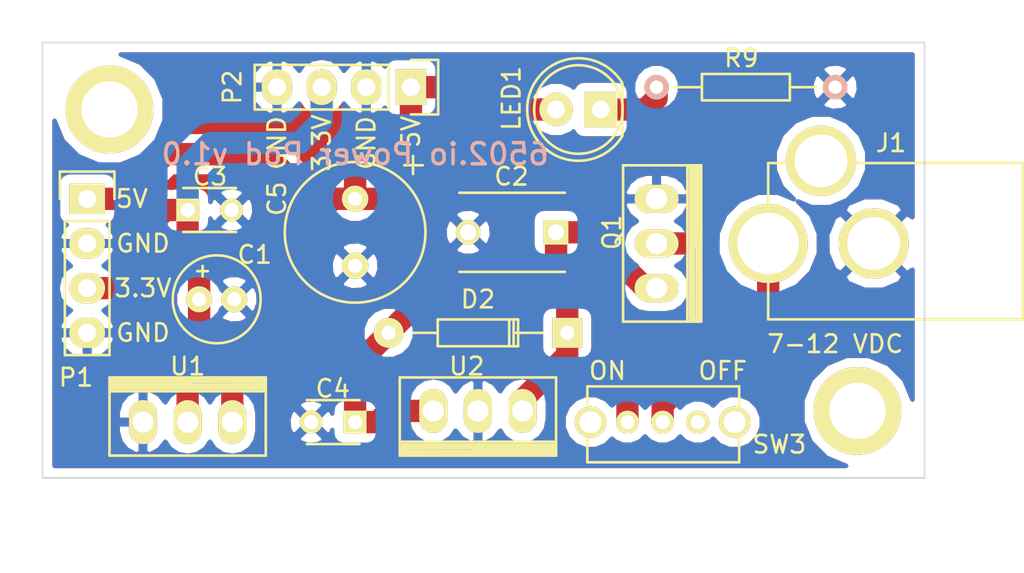
<source format=kicad_pcb>
(kicad_pcb (version 4) (host pcbnew "(2015-08-16 BZR 6097, Git b384c94)-product")

  (general
    (links 30)
    (no_connects 0)
    (area 186.026667 64.722286 244.623001 151.597)
    (thickness 1.6)
    (drawings 16)
    (tracks 64)
    (zones 0)
    (modules 17)
    (nets 9)
  )

  (page A4)
  (layers
    (0 F.Cu signal)
    (31 B.Cu signal)
    (32 B.Adhes user)
    (33 F.Adhes user)
    (34 B.Paste user)
    (35 F.Paste user)
    (36 B.SilkS user)
    (37 F.SilkS user)
    (38 B.Mask user)
    (39 F.Mask user)
    (40 Dwgs.User user)
    (41 Cmts.User user)
    (42 Eco1.User user)
    (43 Eco2.User user)
    (44 Edge.Cuts user)
    (45 Margin user)
    (46 B.CrtYd user)
    (47 F.CrtYd user)
    (48 B.Fab user)
    (49 F.Fab user)
  )

  (setup
    (last_trace_width 1.27)
    (user_trace_width 0.254)
    (user_trace_width 0.381)
    (user_trace_width 0.635)
    (user_trace_width 1.27)
    (trace_clearance 0.2)
    (zone_clearance 0.508)
    (zone_45_only no)
    (trace_min 0.2)
    (segment_width 0.2)
    (edge_width 0.1)
    (via_size 0.6)
    (via_drill 0.4)
    (via_min_size 0.4)
    (via_min_drill 0.3)
    (uvia_size 0.3)
    (uvia_drill 0.1)
    (uvias_allowed no)
    (uvia_min_size 0.2)
    (uvia_min_drill 0.1)
    (pcb_text_width 0.3)
    (pcb_text_size 1.5 1.5)
    (mod_edge_width 0.15)
    (mod_text_size 1 1)
    (mod_text_width 0.15)
    (pad_size 5 5)
    (pad_drill 3.2)
    (pad_to_mask_clearance 0)
    (aux_axis_origin 0 0)
    (visible_elements 7FFEFF7F)
    (pcbplotparams
      (layerselection 0x010f0_80000001)
      (usegerberextensions true)
      (excludeedgelayer true)
      (linewidth 0.100000)
      (plotframeref false)
      (viasonmask false)
      (mode 1)
      (useauxorigin false)
      (hpglpennumber 1)
      (hpglpenspeed 20)
      (hpglpendiameter 15)
      (hpglpenoverlay 2)
      (psnegative false)
      (psa4output false)
      (plotreference true)
      (plotvalue true)
      (plotinvisibletext false)
      (padsonsilk false)
      (subtractmaskfromsilk false)
      (outputformat 1)
      (mirror false)
      (drillshape 0)
      (scaleselection 1)
      (outputdirectory Gerbers/))
  )

  (net 0 "")
  (net 1 GND)
  (net 2 "Net-(C2-Pad1)")
  (net 3 "Net-(Q1-Pad2)")
  (net 4 "Net-(LED1-Pad1)")
  (net 5 "Net-(J1-Pad1)")
  (net 6 "Net-(J1-Pad3)")
  (net 7 +3V3)
  (net 8 +5V)

  (net_class Default "This is the default net class."
    (clearance 0.2)
    (trace_width 0.25)
    (via_dia 0.6)
    (via_drill 0.4)
    (uvia_dia 0.3)
    (uvia_drill 0.1)
    (add_net +3V3)
    (add_net +5V)
    (add_net GND)
    (add_net "Net-(C2-Pad1)")
    (add_net "Net-(J1-Pad1)")
    (add_net "Net-(J1-Pad3)")
    (add_net "Net-(LED1-Pad1)")
    (add_net "Net-(Q1-Pad2)")
  )

  (module 1pin (layer F.Cu) (tedit 55FB841D) (tstamp 563B5E96)
    (at 192.405 125.095)
    (descr "module 1 pin (ou trou mecanique de percage)")
    (tags DEV)
    (fp_text reference REF** (at 0 -3.048) (layer F.SilkS) hide
      (effects (font (size 1 1) (thickness 0.15)))
    )
    (fp_text value 1pin (at 0 2.794) (layer F.Fab) hide
      (effects (font (size 1 1) (thickness 0.15)))
    )
    (fp_circle (center 0 0) (end 0 -2.286) (layer F.SilkS) (width 0.15))
    (pad 1 thru_hole circle (at 0 0) (size 5 5) (drill 3.2) (layers *.Cu *.Mask F.SilkS))
  )

  (module 1pin (layer F.Cu) (tedit 55FB841D) (tstamp 55FB850D)
    (at 234.95 142.24)
    (descr "module 1 pin (ou trou mecanique de percage)")
    (tags DEV)
    (fp_text reference REF** (at 0 -3.048) (layer F.SilkS) hide
      (effects (font (size 1 1) (thickness 0.15)))
    )
    (fp_text value 1pin (at 0 2.794) (layer F.Fab) hide
      (effects (font (size 1 1) (thickness 0.15)))
    )
    (fp_circle (center 0 0) (end 0 -2.286) (layer F.SilkS) (width 0.15))
    (pad 1 thru_hole circle (at 0 0) (size 5 5) (drill 3.2) (layers *.Cu *.Mask F.SilkS))
  )

  (module 6502Footprints:Barrel_Jack_PJ002A (layer F.Cu) (tedit 563D77AA) (tstamp 55F9815C)
    (at 229.87 132.715)
    (path /55F8C14C)
    (fp_text reference J1 (at 6.985 -5.715) (layer F.SilkS)
      (effects (font (size 1 1) (thickness 0.15)))
    )
    (fp_text value BARREL_JACK (at 6.604 -7.62) (layer F.Fab)
      (effects (font (size 1 1) (thickness 0.15)))
    )
    (fp_line (start 0 4.318) (end 14.478 4.318) (layer F.SilkS) (width 0.15))
    (fp_line (start 14.478 4.318) (end 14.478 -4.572) (layer F.SilkS) (width 0.15))
    (fp_line (start 14.478 -4.572) (end 0 -4.572) (layer F.SilkS) (width 0.15))
    (fp_line (start 0 4.318) (end 0 -4.572) (layer F.SilkS) (width 0.15))
    (pad 1 thru_hole circle (at 0 0) (size 4.5 4.5) (drill 3.5) (layers *.Cu *.Mask F.SilkS)
      (net 5 "Net-(J1-Pad1)"))
    (pad 2 thru_hole circle (at 6 0) (size 4 4) (drill 3) (layers *.Cu *.Mask F.SilkS)
      (net 1 GND))
    (pad 3 thru_hole circle (at 3 -4.7) (size 4 4) (drill 3) (layers *.Cu *.Mask F.SilkS)
      (net 6 "Net-(J1-Pad3)"))
  )

  (module LEDs:LED-5MM (layer F.Cu) (tedit 563D77A5) (tstamp 55F98162)
    (at 220.345 125.095 180)
    (descr "LED 5mm round vertical")
    (tags "LED 5mm round vertical")
    (path /55F3FF89)
    (fp_text reference LED1 (at 5.08 0.635 450) (layer F.SilkS)
      (effects (font (size 1 1) (thickness 0.15)))
    )
    (fp_text value LED (at 1.524 -3.937 180) (layer F.Fab)
      (effects (font (size 1 1) (thickness 0.15)))
    )
    (fp_line (start -1.5 -1.55) (end -1.5 1.55) (layer F.CrtYd) (width 0.05))
    (fp_arc (start 1.3 0) (end -1.5 1.55) (angle -302) (layer F.CrtYd) (width 0.05))
    (fp_arc (start 1.27 0) (end -1.23 -1.5) (angle 297.5) (layer F.SilkS) (width 0.15))
    (fp_line (start -1.23 1.5) (end -1.23 -1.5) (layer F.SilkS) (width 0.15))
    (fp_circle (center 1.27 0) (end 0.97 -2.5) (layer F.SilkS) (width 0.15))
    (fp_text user K (at -1.905 1.905 180) (layer F.SilkS) hide
      (effects (font (size 1 1) (thickness 0.15)))
    )
    (pad 1 thru_hole rect (at 0 0 270) (size 2 1.9) (drill 1.00076) (layers *.Cu *.Mask F.SilkS)
      (net 4 "Net-(LED1-Pad1)"))
    (pad 2 thru_hole circle (at 2.54 0 180) (size 1.9 1.9) (drill 1.00076) (layers *.Cu *.Mask F.SilkS)
      (net 8 +5V))
    (model LEDs.3dshapes/LED-5MM.wrl
      (at (xyz 0.05 0 0))
      (scale (xyz 1 1 1))
      (rotate (xyz 0 0 90))
    )
  )

  (module 6502Footprints:SS_12D07_SWITCH (layer F.Cu) (tedit 560E7E44) (tstamp 55F9826D)
    (at 227.965 142.875 180)
    (path /55F4D70C)
    (fp_text reference SW3 (at -2.54 -1.27 180) (layer F.SilkS)
      (effects (font (size 1 1) (thickness 0.15)))
    )
    (fp_text value SPST (at 3.81 -3.302 180) (layer F.Fab)
      (effects (font (size 1 1) (thickness 0.15)))
    )
    (fp_line (start -0.254 2.032) (end -0.254 -2.286) (layer F.SilkS) (width 0.15))
    (fp_line (start -0.254 2.032) (end 8.382 2.032) (layer F.SilkS) (width 0.15))
    (fp_line (start 8.382 2.032) (end 8.382 -2.286) (layer F.SilkS) (width 0.15))
    (fp_line (start 8.382 -2.286) (end -0.254 -2.286) (layer F.SilkS) (width 0.15))
    (pad 2 thru_hole circle (at 6.1 0 180) (size 1.3 1.3) (drill 0.8) (layers *.Cu *.Mask F.SilkS)
      (net 3 "Net-(Q1-Pad2)"))
    (pad "" thru_hole circle (at 2.1 0 180) (size 1.3 1.3) (drill 0.8) (layers *.Cu *.Mask F.SilkS))
    (pad "" thru_hole circle (at 8.2 0 180) (size 1.8 1.8) (drill 1.25) (layers *.Cu *.Mask F.SilkS))
    (pad "" thru_hole circle (at 0 0 180) (size 1.8 1.8) (drill 1.25) (layers *.Cu *.Mask F.SilkS))
    (pad 1 thru_hole circle (at 4.1 0 180) (size 1.3 1.3) (drill 0.8) (layers *.Cu *.Mask F.SilkS)
      (net 5 "Net-(J1-Pad1)"))
  )

  (module Capacitors_ThroughHole:C_Disc_D6_P5 (layer F.Cu) (tedit 563D786E) (tstamp 55FF3F9B)
    (at 217.805 132.08 180)
    (descr "Capacitor 6mm Disc, Pitch 5mm")
    (tags Capacitor)
    (path /55FC9A88)
    (fp_text reference C2 (at 2.54 3.175 180) (layer F.SilkS)
      (effects (font (size 1 1) (thickness 0.15)))
    )
    (fp_text value .33uf (at 2.5 3.5 180) (layer F.Fab)
      (effects (font (size 1 1) (thickness 0.15)))
    )
    (fp_line (start -0.95 -2.5) (end 5.95 -2.5) (layer F.CrtYd) (width 0.05))
    (fp_line (start 5.95 -2.5) (end 5.95 2.5) (layer F.CrtYd) (width 0.05))
    (fp_line (start 5.95 2.5) (end -0.95 2.5) (layer F.CrtYd) (width 0.05))
    (fp_line (start -0.95 2.5) (end -0.95 -2.5) (layer F.CrtYd) (width 0.05))
    (fp_line (start -0.5 -2.25) (end 5.5 -2.25) (layer F.SilkS) (width 0.15))
    (fp_line (start 5.5 2.25) (end -0.5 2.25) (layer F.SilkS) (width 0.15))
    (pad 1 thru_hole rect (at 0 0 180) (size 1.4 1.4) (drill 0.9) (layers *.Cu *.Mask F.SilkS)
      (net 2 "Net-(C2-Pad1)"))
    (pad 2 thru_hole circle (at 5 0 180) (size 1.4 1.4) (drill 0.9) (layers *.Cu *.Mask F.SilkS)
      (net 1 GND))
    (model Capacitors_ThroughHole.3dshapes/C_Disc_D6_P5.wrl
      (at (xyz 0.0984252 0 0))
      (scale (xyz 1 1 1))
      (rotate (xyz 0 0 0))
    )
  )

  (module Capacitors_ThroughHole:C_Disc_D3_P2.5 (layer F.Cu) (tedit 563D7749) (tstamp 55FF3FA7)
    (at 206.375 142.875 180)
    (descr "Capacitor 3mm Disc, Pitch 2.5mm")
    (tags Capacitor)
    (path /55FC9C0C)
    (fp_text reference C4 (at 1.27 1.905 180) (layer F.SilkS)
      (effects (font (size 1 1) (thickness 0.15)))
    )
    (fp_text value .1uf (at 1.25 2.5 180) (layer F.Fab)
      (effects (font (size 1 1) (thickness 0.15)))
    )
    (fp_line (start -0.9 -1.5) (end 3.4 -1.5) (layer F.CrtYd) (width 0.05))
    (fp_line (start 3.4 -1.5) (end 3.4 1.5) (layer F.CrtYd) (width 0.05))
    (fp_line (start 3.4 1.5) (end -0.9 1.5) (layer F.CrtYd) (width 0.05))
    (fp_line (start -0.9 1.5) (end -0.9 -1.5) (layer F.CrtYd) (width 0.05))
    (fp_line (start -0.25 -1.25) (end 2.75 -1.25) (layer F.SilkS) (width 0.15))
    (fp_line (start 2.75 1.25) (end -0.25 1.25) (layer F.SilkS) (width 0.15))
    (pad 1 thru_hole rect (at 0 0 180) (size 1.3 1.3) (drill 0.8) (layers *.Cu *.Mask F.SilkS)
      (net 8 +5V))
    (pad 2 thru_hole circle (at 2.5 0 180) (size 1.3 1.3) (drill 0.8001) (layers *.Cu *.Mask F.SilkS)
      (net 1 GND))
    (model Capacitors_ThroughHole.3dshapes/C_Disc_D3_P2.5.wrl
      (at (xyz 0.0492126 0 0))
      (scale (xyz 1 1 1))
      (rotate (xyz 0 0 0))
    )
  )

  (module 6502Footprints:Diode_DO-35_SOD27_Horizontal_RM10 (layer F.Cu) (tedit 560228A0) (tstamp 55FF3FDD)
    (at 218.44 137.795 180)
    (descr "Diode, DO-35,  SOD27, Horizontal, RM 10mm")
    (tags "Diode, DO-35, SOD27, Horizontal, RM 10mm, 1N4148,")
    (path /56016FC7)
    (fp_text reference D2 (at 5.08 1.905 180) (layer F.SilkS)
      (effects (font (size 1 1) (thickness 0.15)))
    )
    (fp_text value D (at 4.41452 -3.55854 180) (layer F.Fab)
      (effects (font (size 1 1) (thickness 0.15)))
    )
    (fp_line (start 7.36652 -0.00254) (end 8.76352 -0.00254) (layer F.SilkS) (width 0.15))
    (fp_line (start 2.92152 -0.00254) (end 1.39752 -0.00254) (layer F.SilkS) (width 0.15))
    (fp_line (start 3.30252 -0.76454) (end 3.30252 0.75946) (layer F.SilkS) (width 0.15))
    (fp_line (start 3.04852 -0.76454) (end 3.04852 0.75946) (layer F.SilkS) (width 0.15))
    (fp_line (start 2.79452 -0.00254) (end 2.79452 0.75946) (layer F.SilkS) (width 0.15))
    (fp_line (start 2.79452 0.75946) (end 7.36652 0.75946) (layer F.SilkS) (width 0.15))
    (fp_line (start 7.36652 0.75946) (end 7.36652 -0.76454) (layer F.SilkS) (width 0.15))
    (fp_line (start 7.36652 -0.76454) (end 2.79452 -0.76454) (layer F.SilkS) (width 0.15))
    (fp_line (start 2.79452 -0.76454) (end 2.79452 -0.00254) (layer F.SilkS) (width 0.15))
    (pad 2 thru_hole circle (at 10.16052 -0.00254) (size 1.69926 1.69926) (drill 0.80104) (layers *.Cu *.Mask F.SilkS)
      (net 8 +5V))
    (pad 1 thru_hole rect (at 0.00052 -0.00254) (size 1.69926 1.69926) (drill 0.80104) (layers *.Cu *.Mask F.SilkS)
      (net 2 "Net-(C2-Pad1)"))
    (model Diodes_ThroughHole.3dshapes/Diode_DO-35_SOD27_Horizontal_RM10.wrl
      (at (xyz 0.2 0 0))
      (scale (xyz 0.4 0.4 0.4))
      (rotate (xyz 0 0 180))
    )
  )

  (module 6502Footprints:FQP47P06_P_Mosfet (layer F.Cu) (tedit 563D77B2) (tstamp 56055E87)
    (at 223.52 132.715 270)
    (descr "TO-220, Neutral, Horizontal,")
    (tags "TO-220, Neutral, Horizontal,")
    (path /55F5F868)
    (fp_text reference Q1 (at -0.635 2.54 270) (layer F.SilkS)
      (effects (font (size 1 1) (thickness 0.15)))
    )
    (fp_text value "P_MOSFET FQP47P06" (at 0.1016 7.747 270) (layer F.Fab)
      (effects (font (size 1 1) (thickness 0.15)))
    )
    (fp_line (start -4.27736 -2.21488) (end 0.16764 -2.22504) (layer F.SilkS) (width 0.15))
    (fp_line (start -4.37896 -1.7526) (end 4.35864 -1.7526) (layer F.SilkS) (width 0.15))
    (fp_line (start -4.35864 -2.41808) (end 4.32816 -2.40792) (layer F.SilkS) (width 0.15))
    (fp_line (start 4.32816 -2.40792) (end 4.35864 -2.01168) (layer F.SilkS) (width 0.15))
    (fp_line (start 4.35864 -2.01168) (end -4.33324 -1.99644) (layer F.SilkS) (width 0.15))
    (fp_line (start -4.33324 -1.99644) (end -4.34848 -2.286) (layer F.SilkS) (width 0.15))
    (fp_line (start -4.34848 -2.286) (end 4.28244 -2.27076) (layer F.SilkS) (width 0.15))
    (fp_line (start 4.28244 -2.27076) (end 4.2672 -2.11836) (layer F.SilkS) (width 0.15))
    (fp_line (start 4.2672 -2.11836) (end -4.27228 -2.11836) (layer F.SilkS) (width 0.15))
    (fp_line (start -4.445 -1.905) (end 4.445 -1.905) (layer F.SilkS) (width 0.15))
    (fp_line (start 4.445 1.905) (end 4.445 -2.54) (layer F.SilkS) (width 0.15))
    (fp_line (start 4.445 -2.54) (end -4.445 -2.54) (layer F.SilkS) (width 0.15))
    (fp_line (start -4.445 -2.54) (end -4.445 1.905) (layer F.SilkS) (width 0.15))
    (fp_line (start -4.445 1.905) (end 4.445 1.905) (layer F.SilkS) (width 0.15))
    (pad 2 thru_hole oval (at 0 0) (size 2.5 1.6) (drill 1.2) (layers *.Cu *.Mask F.SilkS)
      (net 3 "Net-(Q1-Pad2)"))
    (pad 1 thru_hole oval (at -2.54 0) (size 2.5 1.6) (drill 1.2) (layers *.Cu *.Mask F.SilkS)
      (net 1 GND))
    (pad 3 thru_hole oval (at 2.54 0) (size 2.5 1.6) (drill 1.2) (layers *.Cu *.Mask F.SilkS)
      (net 2 "Net-(C2-Pad1)"))
    (model TO_SOT_Packages_THT.3dshapes/TO-220_Neutral123_Horizontal.wrl
      (at (xyz 0 0 0))
      (scale (xyz 0.3937 0.3937 0.3937))
      (rotate (xyz 0 0 0))
    )
  )

  (module 6502Footprints:FQP47P06_P_Mosfet (layer F.Cu) (tedit 563D7752) (tstamp 5605600F)
    (at 213.36 142.24 180)
    (descr "TO-220, Neutral, Horizontal,")
    (tags "TO-220, Neutral, Horizontal,")
    (path /55F844D8)
    (fp_text reference U2 (at 0.635 2.54 180) (layer F.SilkS)
      (effects (font (size 1 1) (thickness 0.15)))
    )
    (fp_text value LM7805CV (at 0.1016 7.747 180) (layer F.Fab)
      (effects (font (size 1 1) (thickness 0.15)))
    )
    (fp_line (start -4.27736 -2.21488) (end 0.16764 -2.22504) (layer F.SilkS) (width 0.15))
    (fp_line (start -4.37896 -1.7526) (end 4.35864 -1.7526) (layer F.SilkS) (width 0.15))
    (fp_line (start -4.35864 -2.41808) (end 4.32816 -2.40792) (layer F.SilkS) (width 0.15))
    (fp_line (start 4.32816 -2.40792) (end 4.35864 -2.01168) (layer F.SilkS) (width 0.15))
    (fp_line (start 4.35864 -2.01168) (end -4.33324 -1.99644) (layer F.SilkS) (width 0.15))
    (fp_line (start -4.33324 -1.99644) (end -4.34848 -2.286) (layer F.SilkS) (width 0.15))
    (fp_line (start -4.34848 -2.286) (end 4.28244 -2.27076) (layer F.SilkS) (width 0.15))
    (fp_line (start 4.28244 -2.27076) (end 4.2672 -2.11836) (layer F.SilkS) (width 0.15))
    (fp_line (start 4.2672 -2.11836) (end -4.27228 -2.11836) (layer F.SilkS) (width 0.15))
    (fp_line (start -4.445 -1.905) (end 4.445 -1.905) (layer F.SilkS) (width 0.15))
    (fp_line (start 4.445 1.905) (end 4.445 -2.54) (layer F.SilkS) (width 0.15))
    (fp_line (start 4.445 -2.54) (end -4.445 -2.54) (layer F.SilkS) (width 0.15))
    (fp_line (start -4.445 -2.54) (end -4.445 1.905) (layer F.SilkS) (width 0.15))
    (fp_line (start -4.445 1.905) (end 4.445 1.905) (layer F.SilkS) (width 0.15))
    (pad 2 thru_hole oval (at 0 0 270) (size 2.5 1.6) (drill 1.2) (layers *.Cu *.Mask F.SilkS)
      (net 1 GND))
    (pad 1 thru_hole oval (at -2.54 0 270) (size 2.5 1.6) (drill 1.2) (layers *.Cu *.Mask F.SilkS)
      (net 2 "Net-(C2-Pad1)"))
    (pad 3 thru_hole oval (at 2.54 0 270) (size 2.5 1.6) (drill 1.2) (layers *.Cu *.Mask F.SilkS)
      (net 8 +5V))
    (model TO_SOT_Packages_THT.3dshapes/TO-220_Neutral123_Horizontal.wrl
      (at (xyz 0 0 0))
      (scale (xyz 0.3937 0.3937 0.3937))
      (rotate (xyz 0 0 0))
    )
  )

  (module 6502Footprints:Elko_vert_11.5x8mm_RM3.5 (layer F.Cu) (tedit 563D7772) (tstamp 560722E6)
    (at 206.375 130.175 270)
    (descr "Electrolytic Capacitor, vertical, diameter 8mm, RM 3,5mm, radial,")
    (tags "Electrolytic Capacitor, vertical, diameter 8mm, radial, RM 3,5mm, Elko, Electrolytkondensator, Kondensator gepolt, Durchmesser 8mm,")
    (path /55FCA039)
    (fp_text reference C5 (at 0 4.445 270) (layer F.SilkS)
      (effects (font (size 1 1) (thickness 0.15)))
    )
    (fp_text value 1000uf (at 2.54 6.35 270) (layer F.Fab)
      (effects (font (size 1 1) (thickness 0.15)))
    )
    (fp_line (start -2.43586 -3.29438) (end -1.4097 -3.29438) (layer F.SilkS) (width 0.15))
    (fp_line (start -1.91008 -3.84556) (end -1.91008 -2.794) (layer F.SilkS) (width 0.15))
    (fp_line (start -1.905 -3.81) (end -1.905 -2.794) (layer F.Cu) (width 0.15))
    (fp_line (start -2.413 -3.302) (end -1.397 -3.302) (layer F.Cu) (width 0.15))
    (fp_circle (center 1.905 0) (end 5.9055 0) (layer F.SilkS) (width 0.15))
    (pad 2 thru_hole circle (at 3.81 0 270) (size 1.50114 1.50114) (drill 0.8001) (layers *.Cu *.Mask F.SilkS)
      (net 1 GND))
    (pad 1 thru_hole circle (at 0 0 270) (size 1.50114 1.50114) (drill 0.8001) (layers *.Cu *.Mask F.SilkS)
      (net 8 +5V))
    (model Capacitors_Elko_ThroughHole.3dshapes/Elko_vert_11.5x8mm_RM3.5.wrl
      (at (xyz 0 0 0))
      (scale (xyz 1 1 1))
      (rotate (xyz 0 0 0))
    )
  )

  (module 6502Footprints:Resistor_Horizontal_RM10mm (layer F.Cu) (tedit 560FE654) (tstamp 560FF35F)
    (at 228.6 123.825)
    (descr "Resistor, Axial,  RM 10mm, 1/3W,")
    (tags "Resistor, Axial, RM 10mm, 1/3W,")
    (path /55F4F382)
    (fp_text reference R9 (at -0.254 -1.651) (layer F.SilkS)
      (effects (font (size 1 1) (thickness 0.15)))
    )
    (fp_text value 330 (at 3.81 3.81) (layer F.Fab)
      (effects (font (size 1 1) (thickness 0.15)))
    )
    (fp_line (start -3.75 0) (end -4 0) (layer F.SilkS) (width 0.15))
    (fp_line (start 3.75 0) (end 4 0) (layer F.SilkS) (width 0.15))
    (fp_line (start 2.5 0.75) (end 2.5 -0.75) (layer F.SilkS) (width 0.15))
    (fp_line (start 2.5 -0.75) (end -2.5 -0.75) (layer F.SilkS) (width 0.15))
    (fp_line (start -2.5 -0.75) (end -2.5 0.75) (layer F.SilkS) (width 0.15))
    (fp_line (start -2.5 0.75) (end 2.5 0.75) (layer F.SilkS) (width 0.15))
    (fp_line (start -2.54 0) (end -3.81 0) (layer F.SilkS) (width 0.15))
    (fp_line (start 2.54 0) (end 3.81 0) (layer F.SilkS) (width 0.15))
    (pad 1 thru_hole circle (at -5.08 0) (size 1.4 1.4) (drill 0.76) (layers *.Cu *.SilkS *.Mask)
      (net 4 "Net-(LED1-Pad1)"))
    (pad 2 thru_hole circle (at 5.08 0) (size 1.4 1.4) (drill 0.76) (layers *.Cu *.SilkS *.Mask)
      (net 1 GND))
    (model Resistors_ThroughHole.3dshapes/Resistor_Horizontal_RM10mm.wrl
      (at (xyz 0 0 0))
      (scale (xyz 0.4 0.4 0.4))
      (rotate (xyz 0 0 0))
    )
  )

  (module Capacitors_Elko_ThroughHole:Elko_vert_11x5mm_RM2 (layer F.Cu) (tedit 563D7766) (tstamp 563B5B9C)
    (at 197.485 135.89)
    (descr "Electrolytic Capacitor, vertical, diameter 5mm, RM 2mm, radial,")
    (tags "Electrolytic Capacitor, vertical, diameter 5mm,  radial, RM 2mm, Elko, Electrolytkondensator, Kondensator gepolt, Durchmesser 5mm")
    (path /563AE0F4)
    (fp_text reference C1 (at 3.175 -2.54) (layer F.SilkS)
      (effects (font (size 1 1) (thickness 0.15)))
    )
    (fp_text value 10uf (at 1.016 5.08) (layer F.Fab)
      (effects (font (size 1 1) (thickness 0.15)))
    )
    (fp_line (start 0.2159 -1.89992) (end 0.2159 -1.30048) (layer F.SilkS) (width 0.15))
    (fp_line (start -0.08382 -1.6002) (end 0.51562 -1.6002) (layer F.SilkS) (width 0.15))
    (fp_line (start 0.2159 -1.6002) (end 0.2159 -1.30048) (layer F.Cu) (width 0.15))
    (fp_line (start 0.2159 -1.6002) (end 0.51562 -1.6002) (layer F.Cu) (width 0.15))
    (fp_line (start -0.08382 -1.6002) (end 0.2159 -1.6002) (layer F.Cu) (width 0.15))
    (fp_line (start 0.2159 -1.6002) (end 0.2159 -1.89992) (layer F.Cu) (width 0.15))
    (fp_circle (center 1.016 0) (end 3.51536 0) (layer F.SilkS) (width 0.15))
    (pad 1 thru_hole circle (at 0.01524 0) (size 1.48082 1.48082) (drill 0.8001) (layers *.Cu *.Mask F.SilkS)
      (net 7 +3V3))
    (pad 2 thru_hole circle (at 2.01676 0) (size 1.48082 1.48082) (drill 0.8001) (layers *.Cu *.Mask F.SilkS)
      (net 1 GND))
    (model Capacitors_Elko_ThroughHole.3dshapes/Elko_vert_11x5mm_RM2.wrl
      (at (xyz 0 0 0))
      (scale (xyz 1 1 1))
      (rotate (xyz 0 0 0))
    )
  )

  (module Capacitors_ThroughHole:C_Disc_D3_P2.5 (layer F.Cu) (tedit 563D776B) (tstamp 563B5BA2)
    (at 196.85 130.81)
    (descr "Capacitor 3mm Disc, Pitch 2.5mm")
    (tags Capacitor)
    (path /563AF9DA)
    (fp_text reference C3 (at 1.27 -1.905) (layer F.SilkS)
      (effects (font (size 1 1) (thickness 0.15)))
    )
    (fp_text value .1uf (at 1.25 2.5) (layer F.Fab)
      (effects (font (size 1 1) (thickness 0.15)))
    )
    (fp_line (start -0.9 -1.5) (end 3.4 -1.5) (layer F.CrtYd) (width 0.05))
    (fp_line (start 3.4 -1.5) (end 3.4 1.5) (layer F.CrtYd) (width 0.05))
    (fp_line (start 3.4 1.5) (end -0.9 1.5) (layer F.CrtYd) (width 0.05))
    (fp_line (start -0.9 1.5) (end -0.9 -1.5) (layer F.CrtYd) (width 0.05))
    (fp_line (start -0.25 -1.25) (end 2.75 -1.25) (layer F.SilkS) (width 0.15))
    (fp_line (start 2.75 1.25) (end -0.25 1.25) (layer F.SilkS) (width 0.15))
    (pad 1 thru_hole rect (at 0 0) (size 1.3 1.3) (drill 0.8) (layers *.Cu *.Mask F.SilkS)
      (net 7 +3V3))
    (pad 2 thru_hole circle (at 2.5 0) (size 1.3 1.3) (drill 0.8001) (layers *.Cu *.Mask F.SilkS)
      (net 1 GND))
    (model Capacitors_ThroughHole.3dshapes/C_Disc_D3_P2.5.wrl
      (at (xyz 0.0492126 0 0))
      (scale (xyz 1 1 1))
      (rotate (xyz 0 0 0))
    )
  )

  (module Pin_Headers:Pin_Header_Straight_1x04 (layer F.Cu) (tedit 563D787C) (tstamp 563B5BAA)
    (at 191.135 130.175)
    (descr "Through hole pin header")
    (tags "pin header")
    (path /563AF65B)
    (fp_text reference P1 (at -0.635 10.16) (layer F.SilkS)
      (effects (font (size 1 1) (thickness 0.15)))
    )
    (fp_text value CONN_01X04 (at 0 -3.1) (layer F.Fab)
      (effects (font (size 1 1) (thickness 0.15)))
    )
    (fp_line (start -1.75 -1.75) (end -1.75 9.4) (layer F.CrtYd) (width 0.05))
    (fp_line (start 1.75 -1.75) (end 1.75 9.4) (layer F.CrtYd) (width 0.05))
    (fp_line (start -1.75 -1.75) (end 1.75 -1.75) (layer F.CrtYd) (width 0.05))
    (fp_line (start -1.75 9.4) (end 1.75 9.4) (layer F.CrtYd) (width 0.05))
    (fp_line (start -1.27 1.27) (end -1.27 8.89) (layer F.SilkS) (width 0.15))
    (fp_line (start 1.27 1.27) (end 1.27 8.89) (layer F.SilkS) (width 0.15))
    (fp_line (start 1.55 -1.55) (end 1.55 0) (layer F.SilkS) (width 0.15))
    (fp_line (start -1.27 8.89) (end 1.27 8.89) (layer F.SilkS) (width 0.15))
    (fp_line (start 1.27 1.27) (end -1.27 1.27) (layer F.SilkS) (width 0.15))
    (fp_line (start -1.55 0) (end -1.55 -1.55) (layer F.SilkS) (width 0.15))
    (fp_line (start -1.55 -1.55) (end 1.55 -1.55) (layer F.SilkS) (width 0.15))
    (pad 1 thru_hole rect (at 0 0) (size 2.032 1.7272) (drill 1.016) (layers *.Cu *.Mask F.SilkS)
      (net 8 +5V))
    (pad 2 thru_hole oval (at 0 2.54) (size 2.032 1.7272) (drill 1.016) (layers *.Cu *.Mask F.SilkS)
      (net 1 GND))
    (pad 3 thru_hole oval (at 0 5.08) (size 2.032 1.7272) (drill 1.016) (layers *.Cu *.Mask F.SilkS)
      (net 7 +3V3))
    (pad 4 thru_hole oval (at 0 7.62) (size 2.032 1.7272) (drill 1.016) (layers *.Cu *.Mask F.SilkS)
      (net 1 GND))
    (model Pin_Headers.3dshapes/Pin_Header_Straight_1x04.wrl
      (at (xyz 0 -0.15 0))
      (scale (xyz 1 1 1))
      (rotate (xyz 0 0 90))
    )
  )

  (module Pin_Headers:Pin_Header_Straight_1x04 (layer F.Cu) (tedit 563D779E) (tstamp 563B5BB2)
    (at 209.55 123.825 270)
    (descr "Through hole pin header")
    (tags "pin header")
    (path /563AF6B5)
    (fp_text reference P2 (at 0 10.16 270) (layer F.SilkS)
      (effects (font (size 1 1) (thickness 0.15)))
    )
    (fp_text value CONN_01X04 (at 0 -3.1 270) (layer F.Fab)
      (effects (font (size 1 1) (thickness 0.15)))
    )
    (fp_line (start -1.75 -1.75) (end -1.75 9.4) (layer F.CrtYd) (width 0.05))
    (fp_line (start 1.75 -1.75) (end 1.75 9.4) (layer F.CrtYd) (width 0.05))
    (fp_line (start -1.75 -1.75) (end 1.75 -1.75) (layer F.CrtYd) (width 0.05))
    (fp_line (start -1.75 9.4) (end 1.75 9.4) (layer F.CrtYd) (width 0.05))
    (fp_line (start -1.27 1.27) (end -1.27 8.89) (layer F.SilkS) (width 0.15))
    (fp_line (start 1.27 1.27) (end 1.27 8.89) (layer F.SilkS) (width 0.15))
    (fp_line (start 1.55 -1.55) (end 1.55 0) (layer F.SilkS) (width 0.15))
    (fp_line (start -1.27 8.89) (end 1.27 8.89) (layer F.SilkS) (width 0.15))
    (fp_line (start 1.27 1.27) (end -1.27 1.27) (layer F.SilkS) (width 0.15))
    (fp_line (start -1.55 0) (end -1.55 -1.55) (layer F.SilkS) (width 0.15))
    (fp_line (start -1.55 -1.55) (end 1.55 -1.55) (layer F.SilkS) (width 0.15))
    (pad 1 thru_hole rect (at 0 0 270) (size 2.032 1.7272) (drill 1.016) (layers *.Cu *.Mask F.SilkS)
      (net 8 +5V))
    (pad 2 thru_hole oval (at 0 2.54 270) (size 2.032 1.7272) (drill 1.016) (layers *.Cu *.Mask F.SilkS)
      (net 1 GND))
    (pad 3 thru_hole oval (at 0 5.08 270) (size 2.032 1.7272) (drill 1.016) (layers *.Cu *.Mask F.SilkS)
      (net 7 +3V3))
    (pad 4 thru_hole oval (at 0 7.62 270) (size 2.032 1.7272) (drill 1.016) (layers *.Cu *.Mask F.SilkS)
      (net 1 GND))
    (model Pin_Headers.3dshapes/Pin_Header_Straight_1x04.wrl
      (at (xyz 0 -0.15 0))
      (scale (xyz 1 1 1))
      (rotate (xyz 0 0 90))
    )
  )

  (module 6502Footprints:FQP47P06_P_Mosfet (layer F.Cu) (tedit 563D7B68) (tstamp 563D7B38)
    (at 196.85 142.875)
    (descr "TO-220, Neutral, Horizontal,")
    (tags "TO-220, Neutral, Horizontal,")
    (path /563ADE7E)
    (fp_text reference U1 (at 0 -3.175) (layer F.SilkS)
      (effects (font (size 1 1) (thickness 0.15)))
    )
    (fp_text value LD1117V33 (at 0.1016 7.747) (layer F.Fab)
      (effects (font (size 1 1) (thickness 0.15)))
    )
    (fp_line (start -4.27736 -2.21488) (end 0.16764 -2.22504) (layer F.SilkS) (width 0.15))
    (fp_line (start -4.37896 -1.7526) (end 4.35864 -1.7526) (layer F.SilkS) (width 0.15))
    (fp_line (start -4.35864 -2.41808) (end 4.32816 -2.40792) (layer F.SilkS) (width 0.15))
    (fp_line (start 4.32816 -2.40792) (end 4.35864 -2.01168) (layer F.SilkS) (width 0.15))
    (fp_line (start 4.35864 -2.01168) (end -4.33324 -1.99644) (layer F.SilkS) (width 0.15))
    (fp_line (start -4.33324 -1.99644) (end -4.34848 -2.286) (layer F.SilkS) (width 0.15))
    (fp_line (start -4.34848 -2.286) (end 4.28244 -2.27076) (layer F.SilkS) (width 0.15))
    (fp_line (start 4.28244 -2.27076) (end 4.2672 -2.11836) (layer F.SilkS) (width 0.15))
    (fp_line (start 4.2672 -2.11836) (end -4.27228 -2.11836) (layer F.SilkS) (width 0.15))
    (fp_line (start -4.445 -1.905) (end 4.445 -1.905) (layer F.SilkS) (width 0.15))
    (fp_line (start 4.445 1.905) (end 4.445 -2.54) (layer F.SilkS) (width 0.15))
    (fp_line (start 4.445 -2.54) (end -4.445 -2.54) (layer F.SilkS) (width 0.15))
    (fp_line (start -4.445 -2.54) (end -4.445 1.905) (layer F.SilkS) (width 0.15))
    (fp_line (start -4.445 1.905) (end 4.445 1.905) (layer F.SilkS) (width 0.15))
    (pad 2 thru_hole oval (at 0 0 90) (size 2.5 1.6) (drill 1.2) (layers *.Cu *.Mask F.SilkS)
      (net 7 +3V3))
    (pad 1 thru_hole oval (at -2.54 0 90) (size 2.5 1.6) (drill 1.2) (layers *.Cu *.Mask F.SilkS)
      (net 1 GND))
    (pad 3 thru_hole oval (at 2.54 0 90) (size 2.5 1.6) (drill 1.2) (layers *.Cu *.Mask F.SilkS)
      (net 8 +5V))
    (model TO_SOT_Packages_THT.3dshapes/TO-220_Neutral123_Horizontal.wrl
      (at (xyz 0 0 0))
      (scale (xyz 0.3937 0.3937 0.3937))
      (rotate (xyz 0 0 0))
    )
  )

  (gr_text "6502.io Power Pod v1.0" (at 206.375 127.635) (layer B.SilkS)
    (effects (font (size 1.2 1.2) (thickness 0.2)) (justify mirror))
  )
  (gr_text GND (at 194.31 137.795) (layer F.SilkS)
    (effects (font (size 1 1) (thickness 0.15)))
  )
  (gr_text GND (at 201.93 127 90) (layer F.SilkS)
    (effects (font (size 1 1) (thickness 0.15)))
  )
  (gr_text 3.3V (at 194.31 135.255) (layer F.SilkS)
    (effects (font (size 1 1) (thickness 0.15)))
  )
  (gr_text GND (at 194.31 132.715) (layer F.SilkS)
    (effects (font (size 1 1) (thickness 0.15)))
  )
  (gr_text GND (at 207.01 127 90) (layer F.SilkS)
    (effects (font (size 1 1) (thickness 0.15)))
  )
  (gr_text 3.3V (at 204.47 127 90) (layer F.SilkS)
    (effects (font (size 1 1) (thickness 0.15)))
  )
  (gr_text 5V (at 193.675 130.175) (layer F.SilkS)
    (effects (font (size 1 1) (thickness 0.15)))
  )
  (gr_text 5V (at 209.55 126.365 90) (layer F.SilkS)
    (effects (font (size 1 1) (thickness 0.15)))
  )
  (gr_line (start 238.76 121.285) (end 238.76 146.05) (angle 90) (layer Edge.Cuts) (width 0.1))
  (gr_line (start 188.595 121.285) (end 238.76 121.285) (angle 90) (layer Edge.Cuts) (width 0.1))
  (gr_line (start 188.595 146.05) (end 188.595 121.285) (angle 90) (layer Edge.Cuts) (width 0.1))
  (gr_line (start 238.76 146.05) (end 188.595 146.05) (angle 90) (layer Edge.Cuts) (width 0.1))
  (gr_text "7-12 VDC" (at 233.68 138.43) (layer F.SilkS)
    (effects (font (size 1 1) (thickness 0.15)))
  )
  (gr_text OFF (at 225.806 139.954) (layer F.SilkS)
    (effects (font (size 1 1) (thickness 0.15)) (justify left))
  )
  (gr_text ON (at 219.583 139.954) (layer F.SilkS)
    (effects (font (size 1 1) (thickness 0.15)) (justify left))
  )

  (segment (start 217.805 132.08) (end 217.805 134.62) (width 1.27) (layer F.Cu) (net 2))
  (segment (start 218.43948 135.25448) (end 218.43948 137.79754) (width 1.27) (layer F.Cu) (net 2) (tstamp 563D7346))
  (segment (start 217.805 134.62) (end 218.43948 135.25448) (width 1.27) (layer F.Cu) (net 2) (tstamp 563D7342))
  (segment (start 223.52 135.255) (end 222.885 135.255) (width 1.27) (layer F.Cu) (net 2))
  (segment (start 222.885 135.255) (end 219.71 132.08) (width 1.27) (layer F.Cu) (net 2) (tstamp 563D7331))
  (segment (start 219.71 132.08) (end 217.805 132.08) (width 1.27) (layer F.Cu) (net 2) (tstamp 563D7336))
  (segment (start 215.9 142.24) (end 215.9 141.605) (width 1.27) (layer F.Cu) (net 2))
  (segment (start 215.9 141.605) (end 218.43948 139.06552) (width 1.27) (layer F.Cu) (net 2) (tstamp 563D7324))
  (segment (start 218.43948 139.06552) (end 218.43948 137.79754) (width 1.27) (layer F.Cu) (net 2) (tstamp 563D7329))
  (segment (start 221.865 142.875) (end 221.865 140.72) (width 1.27) (layer F.Cu) (net 3))
  (segment (start 225.425 132.715) (end 223.52 132.715) (width 1.27) (layer F.Cu) (net 3) (tstamp 563D7298))
  (segment (start 226.06 133.35) (end 225.425 132.715) (width 1.27) (layer F.Cu) (net 3) (tstamp 563D7295))
  (segment (start 226.06 136.525) (end 226.06 133.35) (width 1.27) (layer F.Cu) (net 3) (tstamp 563D728F))
  (segment (start 221.865 140.72) (end 226.06 136.525) (width 1.27) (layer F.Cu) (net 3) (tstamp 563D7287))
  (segment (start 220.345 125.095) (end 222.885 125.095) (width 1.27) (layer F.Cu) (net 4))
  (segment (start 222.885 125.095) (end 223.52 124.46) (width 1.27) (layer F.Cu) (net 4) (tstamp 563D7424))
  (segment (start 223.52 124.46) (end 223.52 123.825) (width 1.27) (layer F.Cu) (net 4) (tstamp 563D7427))
  (segment (start 229.87 132.715) (end 229.87 135.89) (width 1.27) (layer F.Cu) (net 5))
  (segment (start 223.865 141.895) (end 223.865 142.875) (width 1.27) (layer F.Cu) (net 5) (tstamp 563D7281))
  (segment (start 229.87 135.89) (end 223.865 141.895) (width 1.27) (layer F.Cu) (net 5) (tstamp 563D7273))
  (segment (start 196.85 142.875) (end 196.85 138.43) (width 1.27) (layer F.Cu) (net 7))
  (segment (start 197.50024 137.77976) (end 197.50024 135.89) (width 1.27) (layer F.Cu) (net 7) (tstamp 563D7B9C))
  (segment (start 196.85 138.43) (end 197.50024 137.77976) (width 1.27) (layer F.Cu) (net 7) (tstamp 563D7B99))
  (segment (start 197.50024 135.89) (end 197.50024 133.36524) (width 1.27) (layer F.Cu) (net 7))
  (segment (start 196.85 132.715) (end 196.85 130.81) (width 1.27) (layer F.Cu) (net 7) (tstamp 563D773C))
  (segment (start 197.50024 133.36524) (end 196.85 132.715) (width 1.27) (layer F.Cu) (net 7) (tstamp 563D773B))
  (segment (start 196.85 130.81) (end 196.85 128.27) (width 1.27) (layer B.Cu) (net 7))
  (segment (start 196.85 128.27) (end 198.12 127) (width 1.27) (layer B.Cu) (net 7) (tstamp 563D7475))
  (segment (start 198.12 127) (end 203.2 127) (width 1.27) (layer B.Cu) (net 7) (tstamp 563D747A))
  (segment (start 203.2 127) (end 204.47 125.73) (width 1.27) (layer B.Cu) (net 7) (tstamp 563D747D))
  (segment (start 204.47 125.73) (end 204.47 123.825) (width 1.27) (layer B.Cu) (net 7) (tstamp 563D7480))
  (segment (start 196.85 130.81) (end 195.58 130.81) (width 1.27) (layer F.Cu) (net 7))
  (segment (start 195.58 130.81) (end 194.31 132.08) (width 1.27) (layer F.Cu) (net 7) (tstamp 563D73C8))
  (segment (start 194.31 132.08) (end 194.31 133.985) (width 1.27) (layer F.Cu) (net 7) (tstamp 563D73CE))
  (segment (start 194.31 133.985) (end 193.04 135.255) (width 1.27) (layer F.Cu) (net 7) (tstamp 563D73D0))
  (segment (start 193.04 135.255) (end 191.135 135.255) (width 1.27) (layer F.Cu) (net 7) (tstamp 563D73D2))
  (segment (start 196.86524 130.82524) (end 196.85 130.81) (width 1.27) (layer F.Cu) (net 7) (tstamp 563D73BC))
  (segment (start 206.375 130.175) (end 205.105 130.175) (width 1.27) (layer F.Cu) (net 8))
  (segment (start 199.39 140.97) (end 199.39 142.875) (width 1.27) (layer F.Cu) (net 8) (tstamp 563D7B94))
  (segment (start 201.93 138.43) (end 199.39 140.97) (width 1.27) (layer F.Cu) (net 8) (tstamp 563D7B91))
  (segment (start 201.93 133.35) (end 201.93 138.43) (width 1.27) (layer F.Cu) (net 8) (tstamp 563D7B8B))
  (segment (start 205.105 130.175) (end 201.93 133.35) (width 1.27) (layer F.Cu) (net 8) (tstamp 563D7B84))
  (segment (start 206.375 130.175) (end 203.835 130.175) (width 1.27) (layer F.Cu) (net 8))
  (segment (start 193.04 130.175) (end 191.135 130.175) (width 1.27) (layer F.Cu) (net 8) (tstamp 563D7446))
  (segment (start 195.58 127.635) (end 193.04 130.175) (width 1.27) (layer F.Cu) (net 8) (tstamp 563D7442))
  (segment (start 201.295 127.635) (end 195.58 127.635) (width 1.27) (layer F.Cu) (net 8) (tstamp 563D7441))
  (segment (start 203.835 130.175) (end 201.295 127.635) (width 1.27) (layer F.Cu) (net 8) (tstamp 563D743F))
  (segment (start 209.55 123.825) (end 212.725 123.825) (width 1.27) (layer F.Cu) (net 8))
  (segment (start 213.995 125.095) (end 217.805 125.095) (width 1.27) (layer F.Cu) (net 8) (tstamp 563D7417))
  (segment (start 212.725 123.825) (end 213.995 125.095) (width 1.27) (layer F.Cu) (net 8) (tstamp 563D7415))
  (segment (start 206.375 130.175) (end 206.375 128.27) (width 1.27) (layer F.Cu) (net 8))
  (segment (start 209.55 126.365) (end 209.55 123.825) (width 1.27) (layer F.Cu) (net 8) (tstamp 563D7410))
  (segment (start 208.915 127) (end 209.55 126.365) (width 1.27) (layer F.Cu) (net 8) (tstamp 563D740E))
  (segment (start 207.645 127) (end 208.915 127) (width 1.27) (layer F.Cu) (net 8) (tstamp 563D740B))
  (segment (start 206.375 128.27) (end 207.645 127) (width 1.27) (layer F.Cu) (net 8) (tstamp 563D7404))
  (segment (start 208.27948 137.79754) (end 209.55 136.52702) (width 1.27) (layer F.Cu) (net 8))
  (segment (start 208.28 130.175) (end 206.375 130.175) (width 1.27) (layer F.Cu) (net 8) (tstamp 563D7364))
  (segment (start 209.55 131.445) (end 208.28 130.175) (width 1.27) (layer F.Cu) (net 8) (tstamp 563D7362))
  (segment (start 209.55 136.52702) (end 209.55 131.445) (width 1.27) (layer F.Cu) (net 8) (tstamp 563D735A))
  (segment (start 206.375 142.875) (end 206.375 139.70202) (width 1.27) (layer F.Cu) (net 8))
  (segment (start 206.375 139.70202) (end 208.27948 137.79754) (width 1.27) (layer F.Cu) (net 8) (tstamp 56071BF4))
  (segment (start 210.82 142.24) (end 208.28 142.24) (width 1.27) (layer F.Cu) (net 8))
  (segment (start 207.645 142.875) (end 206.375 142.875) (width 1.27) (layer F.Cu) (net 8) (tstamp 56071BEB))
  (segment (start 208.28 142.24) (end 207.645 142.875) (width 1.27) (layer F.Cu) (net 8) (tstamp 56071BE3))

  (zone (net 1) (net_name GND) (layer B.Cu) (tstamp 563D749E) (hatch edge 0.508)
    (connect_pads (clearance 0.508))
    (min_thickness 0.254)
    (fill yes (arc_segments 16) (thermal_gap 0.508) (thermal_bridge_width 0.508))
    (polygon
      (pts
        (xy 239.395 146.685) (xy 187.96 146.685) (xy 187.96 120.65) (xy 239.395 120.65) (xy 239.395 146.685)
      )
    )
    (filled_polygon
      (pts
        (xy 238.075 131.21609) (xy 237.745022 131.019584) (xy 236.049605 132.715) (xy 237.745022 134.410416) (xy 238.075 134.21391)
        (xy 238.075 141.59363) (xy 237.609273 140.466485) (xy 236.728153 139.583826) (xy 235.576326 139.105546) (xy 234.329146 139.104457)
        (xy 233.176485 139.580727) (xy 232.293826 140.461847) (xy 231.815546 141.613674) (xy 231.814457 142.860854) (xy 232.290727 144.013515)
        (xy 233.171847 144.896174) (xy 234.300906 145.365) (xy 189.28 145.365) (xy 189.28 143.002) (xy 192.875 143.002)
        (xy 192.875 143.452) (xy 193.032834 143.991483) (xy 193.385104 144.4295) (xy 193.878181 144.699367) (xy 193.960961 144.716904)
        (xy 194.183 144.594915) (xy 194.183 143.002) (xy 192.875 143.002) (xy 189.28 143.002) (xy 189.28 142.298)
        (xy 192.875 142.298) (xy 192.875 142.748) (xy 194.183 142.748) (xy 194.183 141.155085) (xy 194.437 141.155085)
        (xy 194.437 142.748) (xy 194.457 142.748) (xy 194.457 143.002) (xy 194.437 143.002) (xy 194.437 144.594915)
        (xy 194.659039 144.716904) (xy 194.741819 144.699367) (xy 195.234896 144.4295) (xy 195.582136 143.997738) (xy 195.835302 144.376627)
        (xy 196.300849 144.687696) (xy 196.85 144.796929) (xy 197.399151 144.687696) (xy 197.864698 144.376627) (xy 198.12 143.994541)
        (xy 198.375302 144.376627) (xy 198.840849 144.687696) (xy 199.39 144.796929) (xy 199.939151 144.687696) (xy 200.404698 144.376627)
        (xy 200.715767 143.91108) (xy 200.74303 143.774016) (xy 203.15559 143.774016) (xy 203.211271 144.004611) (xy 203.694078 144.172622)
        (xy 204.204428 144.143083) (xy 204.538729 144.004611) (xy 204.59441 143.774016) (xy 203.875 143.054605) (xy 203.15559 143.774016)
        (xy 200.74303 143.774016) (xy 200.825 143.361929) (xy 200.825 142.694078) (xy 202.577378 142.694078) (xy 202.606917 143.204428)
        (xy 202.745389 143.538729) (xy 202.975984 143.59441) (xy 203.695395 142.875) (xy 204.054605 142.875) (xy 204.774016 143.59441)
        (xy 205.004611 143.538729) (xy 205.07756 143.329098) (xy 205.07756 143.525) (xy 205.121838 143.760317) (xy 205.26091 143.976441)
        (xy 205.47311 144.121431) (xy 205.725 144.17244) (xy 207.025 144.17244) (xy 207.260317 144.128162) (xy 207.476441 143.98909)
        (xy 207.621431 143.77689) (xy 207.67244 143.525) (xy 207.67244 142.225) (xy 207.628162 141.989683) (xy 207.48909 141.773559)
        (xy 207.459105 141.753071) (xy 209.385 141.753071) (xy 209.385 142.726929) (xy 209.494233 143.27608) (xy 209.805302 143.741627)
        (xy 210.270849 144.052696) (xy 210.82 144.161929) (xy 211.369151 144.052696) (xy 211.834698 143.741627) (xy 212.087864 143.362738)
        (xy 212.435104 143.7945) (xy 212.928181 144.064367) (xy 213.010961 144.081904) (xy 213.233 143.959915) (xy 213.233 142.367)
        (xy 213.213 142.367) (xy 213.213 142.113) (xy 213.233 142.113) (xy 213.233 140.520085) (xy 213.487 140.520085)
        (xy 213.487 142.113) (xy 213.507 142.113) (xy 213.507 142.367) (xy 213.487 142.367) (xy 213.487 143.959915)
        (xy 213.709039 144.081904) (xy 213.791819 144.064367) (xy 214.284896 143.7945) (xy 214.632136 143.362738) (xy 214.885302 143.741627)
        (xy 215.350849 144.052696) (xy 215.9 144.161929) (xy 216.449151 144.052696) (xy 216.914698 143.741627) (xy 217.225767 143.27608)
        (xy 217.245079 143.178991) (xy 218.229735 143.178991) (xy 218.462932 143.743371) (xy 218.894357 144.175551) (xy 219.45833 144.409733)
        (xy 220.068991 144.410265) (xy 220.633371 144.177068) (xy 220.991869 143.819196) (xy 221.136155 143.963735) (xy 221.608276 144.159777)
        (xy 222.119481 144.160223) (xy 222.591943 143.965005) (xy 222.86516 143.692266) (xy 223.136155 143.963735) (xy 223.608276 144.159777)
        (xy 224.119481 144.160223) (xy 224.591943 143.965005) (xy 224.86516 143.692266) (xy 225.136155 143.963735) (xy 225.608276 144.159777)
        (xy 226.119481 144.160223) (xy 226.591943 143.965005) (xy 226.738316 143.818887) (xy 227.094357 144.175551) (xy 227.65833 144.409733)
        (xy 228.268991 144.410265) (xy 228.833371 144.177068) (xy 229.265551 143.745643) (xy 229.499733 143.18167) (xy 229.500265 142.571009)
        (xy 229.267068 142.006629) (xy 228.835643 141.574449) (xy 228.27167 141.340267) (xy 227.661009 141.339735) (xy 227.096629 141.572932)
        (xy 226.738131 141.930804) (xy 226.593845 141.786265) (xy 226.121724 141.590223) (xy 225.610519 141.589777) (xy 225.138057 141.784995)
        (xy 224.86484 142.057734) (xy 224.593845 141.786265) (xy 224.121724 141.590223) (xy 223.610519 141.589777) (xy 223.138057 141.784995)
        (xy 222.86484 142.057734) (xy 222.593845 141.786265) (xy 222.121724 141.590223) (xy 221.610519 141.589777) (xy 221.138057 141.784995)
        (xy 220.991684 141.931113) (xy 220.635643 141.574449) (xy 220.07167 141.340267) (xy 219.461009 141.339735) (xy 218.896629 141.572932)
        (xy 218.464449 142.004357) (xy 218.230267 142.56833) (xy 218.229735 143.178991) (xy 217.245079 143.178991) (xy 217.335 142.726929)
        (xy 217.335 141.753071) (xy 217.225767 141.20392) (xy 216.914698 140.738373) (xy 216.449151 140.427304) (xy 215.9 140.318071)
        (xy 215.350849 140.427304) (xy 214.885302 140.738373) (xy 214.632136 141.117262) (xy 214.284896 140.6855) (xy 213.791819 140.415633)
        (xy 213.709039 140.398096) (xy 213.487 140.520085) (xy 213.233 140.520085) (xy 213.010961 140.398096) (xy 212.928181 140.415633)
        (xy 212.435104 140.6855) (xy 212.087864 141.117262) (xy 211.834698 140.738373) (xy 211.369151 140.427304) (xy 210.82 140.318071)
        (xy 210.270849 140.427304) (xy 209.805302 140.738373) (xy 209.494233 141.20392) (xy 209.385 141.753071) (xy 207.459105 141.753071)
        (xy 207.27689 141.628569) (xy 207.025 141.57756) (xy 205.725 141.57756) (xy 205.489683 141.621838) (xy 205.273559 141.76091)
        (xy 205.128569 141.97311) (xy 205.07756 142.225) (xy 205.07756 142.387385) (xy 205.004611 142.211271) (xy 204.774016 142.15559)
        (xy 204.054605 142.875) (xy 203.695395 142.875) (xy 202.975984 142.15559) (xy 202.745389 142.211271) (xy 202.577378 142.694078)
        (xy 200.825 142.694078) (xy 200.825 142.388071) (xy 200.743031 141.975984) (xy 203.15559 141.975984) (xy 203.875 142.695395)
        (xy 204.59441 141.975984) (xy 204.538729 141.745389) (xy 204.055922 141.577378) (xy 203.545572 141.606917) (xy 203.211271 141.745389)
        (xy 203.15559 141.975984) (xy 200.743031 141.975984) (xy 200.715767 141.83892) (xy 200.404698 141.373373) (xy 199.939151 141.062304)
        (xy 199.39 140.953071) (xy 198.840849 141.062304) (xy 198.375302 141.373373) (xy 198.12 141.755459) (xy 197.864698 141.373373)
        (xy 197.399151 141.062304) (xy 196.85 140.953071) (xy 196.300849 141.062304) (xy 195.835302 141.373373) (xy 195.582136 141.752262)
        (xy 195.234896 141.3205) (xy 194.741819 141.050633) (xy 194.659039 141.033096) (xy 194.437 141.155085) (xy 194.183 141.155085)
        (xy 193.960961 141.033096) (xy 193.878181 141.050633) (xy 193.385104 141.3205) (xy 193.032834 141.758517) (xy 192.875 142.298)
        (xy 189.28 142.298) (xy 189.28 138.154026) (xy 189.527642 138.154026) (xy 189.530291 138.169791) (xy 189.784268 138.697036)
        (xy 190.22068 139.086954) (xy 190.773087 139.280184) (xy 191.008 139.135924) (xy 191.008 137.922) (xy 191.262 137.922)
        (xy 191.262 139.135924) (xy 191.496913 139.280184) (xy 192.04932 139.086954) (xy 192.485732 138.697036) (xy 192.739709 138.169791)
        (xy 192.742358 138.154026) (xy 192.709743 138.091556) (xy 206.794592 138.091556) (xy 207.020138 138.637417) (xy 207.437406 139.055414)
        (xy 207.982873 139.281912) (xy 208.573496 139.282428) (xy 209.119357 139.056882) (xy 209.537354 138.639614) (xy 209.763852 138.094147)
        (xy 209.764368 137.503524) (xy 209.538822 136.957663) (xy 209.529087 136.94791) (xy 216.94241 136.94791) (xy 216.94241 138.64717)
        (xy 216.986688 138.882487) (xy 217.12576 139.098611) (xy 217.33796 139.243601) (xy 217.58985 139.29461) (xy 219.28911 139.29461)
        (xy 219.524427 139.250332) (xy 219.740551 139.11126) (xy 219.885541 138.89906) (xy 219.93655 138.64717) (xy 219.93655 136.94791)
        (xy 219.892272 136.712593) (xy 219.7532 136.496469) (xy 219.541 136.351479) (xy 219.28911 136.30047) (xy 217.58985 136.30047)
        (xy 217.354533 136.344748) (xy 217.138409 136.48382) (xy 216.993419 136.69602) (xy 216.94241 136.94791) (xy 209.529087 136.94791)
        (xy 209.121554 136.539666) (xy 208.576087 136.313168) (xy 207.985464 136.312652) (xy 207.439603 136.538198) (xy 207.021606 136.955466)
        (xy 206.795108 137.500933) (xy 206.794592 138.091556) (xy 192.709743 138.091556) (xy 192.621217 137.922) (xy 191.262 137.922)
        (xy 191.008 137.922) (xy 189.648783 137.922) (xy 189.527642 138.154026) (xy 189.28 138.154026) (xy 189.28 135.255)
        (xy 189.451655 135.255) (xy 189.565729 135.828489) (xy 189.890585 136.31467) (xy 190.200069 136.521461) (xy 189.784268 136.892964)
        (xy 189.530291 137.420209) (xy 189.527642 137.435974) (xy 189.648783 137.668) (xy 191.008 137.668) (xy 191.008 137.648)
        (xy 191.262 137.648) (xy 191.262 137.668) (xy 192.621217 137.668) (xy 192.742358 137.435974) (xy 192.739709 137.420209)
        (xy 192.485732 136.892964) (xy 192.069931 136.521461) (xy 192.379415 136.31467) (xy 192.481167 136.162386) (xy 196.124592 136.162386)
        (xy 196.333544 136.668089) (xy 196.720116 137.055336) (xy 197.225454 137.265171) (xy 197.772626 137.265648) (xy 198.278329 137.056696)
        (xy 198.48081 136.854567) (xy 198.716798 136.854567) (xy 198.783609 137.094516) (xy 199.299223 137.277652) (xy 199.845672 137.249531)
        (xy 200.219911 137.094516) (xy 200.286722 136.854567) (xy 199.50176 136.069605) (xy 198.716798 136.854567) (xy 198.48081 136.854567)
        (xy 198.665576 136.670124) (xy 198.753305 136.45885) (xy 199.322155 135.89) (xy 199.681365 135.89) (xy 200.466327 136.674962)
        (xy 200.706276 136.608151) (xy 200.889412 136.092537) (xy 200.861291 135.546088) (xy 200.706276 135.171849) (xy 200.466327 135.105038)
        (xy 199.681365 135.89) (xy 199.322155 135.89) (xy 198.753453 135.321298) (xy 198.666936 135.111911) (xy 198.480784 134.925433)
        (xy 198.716798 134.925433) (xy 199.50176 135.710395) (xy 200.255225 134.95693) (xy 205.582675 134.95693) (xy 205.650735 135.197931)
        (xy 206.170034 135.382767) (xy 206.720538 135.354805) (xy 207.099265 135.197931) (xy 207.167325 134.95693) (xy 206.375 134.164605)
        (xy 205.582675 134.95693) (xy 200.255225 134.95693) (xy 200.286722 134.925433) (xy 200.219911 134.685484) (xy 199.704297 134.502348)
        (xy 199.157848 134.530469) (xy 198.783609 134.685484) (xy 198.716798 134.925433) (xy 198.480784 134.925433) (xy 198.280364 134.724664)
        (xy 197.775026 134.514829) (xy 197.227854 134.514352) (xy 196.722151 134.723304) (xy 196.334904 135.109876) (xy 196.125069 135.615214)
        (xy 196.124592 136.162386) (xy 192.481167 136.162386) (xy 192.704271 135.828489) (xy 192.818345 135.255) (xy 192.704271 134.681511)
        (xy 192.379415 134.19533) (xy 192.069931 133.988539) (xy 192.303298 133.780034) (xy 204.977233 133.780034) (xy 205.005195 134.330538)
        (xy 205.162069 134.709265) (xy 205.40307 134.777325) (xy 206.195395 133.985) (xy 206.554605 133.985) (xy 207.34693 134.777325)
        (xy 207.587931 134.709265) (xy 207.772767 134.189966) (xy 207.744805 133.639462) (xy 207.587931 133.260735) (xy 207.34693 133.192675)
        (xy 206.554605 133.985) (xy 206.195395 133.985) (xy 205.40307 133.192675) (xy 205.162069 133.260735) (xy 204.977233 133.780034)
        (xy 192.303298 133.780034) (xy 192.485732 133.617036) (xy 192.739709 133.089791) (xy 192.742358 133.074026) (xy 192.710533 133.01307)
        (xy 205.582675 133.01307) (xy 206.375 133.805395) (xy 207.16512 133.015275) (xy 212.049331 133.015275) (xy 212.111169 133.251042)
        (xy 212.612122 133.427419) (xy 213.14244 133.398664) (xy 213.498831 133.251042) (xy 213.560669 133.015275) (xy 212.805 132.259605)
        (xy 212.049331 133.015275) (xy 207.16512 133.015275) (xy 207.167325 133.01307) (xy 207.099265 132.772069) (xy 206.579966 132.587233)
        (xy 206.029462 132.615195) (xy 205.650735 132.772069) (xy 205.582675 133.01307) (xy 192.710533 133.01307) (xy 192.621217 132.842)
        (xy 191.262 132.842) (xy 191.262 132.862) (xy 191.008 132.862) (xy 191.008 132.842) (xy 189.648783 132.842)
        (xy 189.527642 133.074026) (xy 189.530291 133.089791) (xy 189.784268 133.617036) (xy 190.200069 133.988539) (xy 189.890585 134.19533)
        (xy 189.565729 134.681511) (xy 189.451655 135.255) (xy 189.28 135.255) (xy 189.28 129.3114) (xy 189.47156 129.3114)
        (xy 189.47156 131.0386) (xy 189.515838 131.273917) (xy 189.65491 131.490041) (xy 189.86711 131.635031) (xy 189.961927 131.654232)
        (xy 189.784268 131.812964) (xy 189.530291 132.340209) (xy 189.527642 132.355974) (xy 189.648783 132.588) (xy 191.008 132.588)
        (xy 191.008 132.568) (xy 191.262 132.568) (xy 191.262 132.588) (xy 192.621217 132.588) (xy 192.742358 132.355974)
        (xy 192.739709 132.340209) (xy 192.485732 131.812964) (xy 192.310155 131.656093) (xy 192.386317 131.641762) (xy 192.602441 131.50269)
        (xy 192.747431 131.29049) (xy 192.79844 131.0386) (xy 192.79844 130.16) (xy 195.55256 130.16) (xy 195.55256 131.46)
        (xy 195.596838 131.695317) (xy 195.73591 131.911441) (xy 195.94811 132.056431) (xy 196.2 132.10744) (xy 197.5 132.10744)
        (xy 197.735317 132.063162) (xy 197.951441 131.92409) (xy 198.096431 131.71189) (xy 198.097012 131.709016) (xy 198.63059 131.709016)
        (xy 198.686271 131.939611) (xy 199.169078 132.107622) (xy 199.679428 132.078083) (xy 200.013729 131.939611) (xy 200.026403 131.887122)
        (xy 211.457581 131.887122) (xy 211.486336 132.41744) (xy 211.633958 132.773831) (xy 211.869725 132.835669) (xy 212.625395 132.08)
        (xy 212.984605 132.08) (xy 213.740275 132.835669) (xy 213.976042 132.773831) (xy 214.152419 132.272878) (xy 214.123664 131.74256)
        (xy 213.976042 131.386169) (xy 213.952522 131.38) (xy 216.45756 131.38) (xy 216.45756 132.78) (xy 216.501838 133.015317)
        (xy 216.64091 133.231441) (xy 216.85311 133.376431) (xy 217.105 133.42744) (xy 218.505 133.42744) (xy 218.740317 133.383162)
        (xy 218.956441 133.24409) (xy 219.101431 133.03189) (xy 219.15244 132.78) (xy 219.15244 132.715) (xy 221.598071 132.715)
        (xy 221.707304 133.264151) (xy 222.018373 133.729698) (xy 222.400459 133.985) (xy 222.018373 134.240302) (xy 221.707304 134.705849)
        (xy 221.598071 135.255) (xy 221.707304 135.804151) (xy 222.018373 136.269698) (xy 222.48392 136.580767) (xy 223.033071 136.69)
        (xy 224.006929 136.69) (xy 224.55608 136.580767) (xy 225.021627 136.269698) (xy 225.332696 135.804151) (xy 225.441929 135.255)
        (xy 225.332696 134.705849) (xy 225.021627 134.240302) (xy 224.639541 133.985) (xy 225.021627 133.729698) (xy 225.317867 133.286344)
        (xy 226.984501 133.286344) (xy 227.42279 134.347086) (xy 228.233645 135.159357) (xy 229.29362 135.599498) (xy 230.441344 135.600499)
        (xy 231.502086 135.16221) (xy 232.075273 134.590022) (xy 234.174584 134.590022) (xy 234.395353 134.960743) (xy 235.367012 135.354119)
        (xy 236.415247 135.345713) (xy 237.344647 134.960743) (xy 237.565416 134.590022) (xy 235.87 132.894605) (xy 234.174584 134.590022)
        (xy 232.075273 134.590022) (xy 232.314357 134.351355) (xy 232.754498 133.29138) (xy 232.755439 132.212012) (xy 233.230881 132.212012)
        (xy 233.239287 133.260247) (xy 233.624257 134.189647) (xy 233.994978 134.410416) (xy 235.690395 132.715) (xy 233.994978 131.019584)
        (xy 233.624257 131.240353) (xy 233.230881 132.212012) (xy 232.755439 132.212012) (xy 232.755499 132.143656) (xy 232.31721 131.082914)
        (xy 232.074698 130.839978) (xy 234.174584 130.839978) (xy 235.87 132.535395) (xy 237.565416 130.839978) (xy 237.344647 130.469257)
        (xy 236.372988 130.075881) (xy 235.324753 130.084287) (xy 234.395353 130.469257) (xy 234.174584 130.839978) (xy 232.074698 130.839978)
        (xy 231.559651 130.324032) (xy 232.343567 130.649542) (xy 233.391834 130.650457) (xy 234.360658 130.250147) (xy 235.102542 129.509557)
        (xy 235.504542 128.541433) (xy 235.505457 127.493166) (xy 235.105147 126.524342) (xy 234.364557 125.782458) (xy 233.396433 125.380458)
        (xy 232.348166 125.379543) (xy 231.379342 125.779853) (xy 230.637458 126.520443) (xy 230.235458 127.488567) (xy 230.234543 128.536834)
        (xy 230.634853 129.505658) (xy 231.322147 130.194153) (xy 230.44638 129.830502) (xy 229.298656 129.829501) (xy 228.237914 130.26779)
        (xy 227.425643 131.078645) (xy 226.985502 132.13862) (xy 226.984501 133.286344) (xy 225.317867 133.286344) (xy 225.332696 133.264151)
        (xy 225.441929 132.715) (xy 225.332696 132.165849) (xy 225.021627 131.700302) (xy 224.642738 131.447136) (xy 225.0745 131.099896)
        (xy 225.344367 130.606819) (xy 225.361904 130.524039) (xy 225.239915 130.302) (xy 223.647 130.302) (xy 223.647 130.322)
        (xy 223.393 130.322) (xy 223.393 130.302) (xy 221.800085 130.302) (xy 221.678096 130.524039) (xy 221.695633 130.606819)
        (xy 221.9655 131.099896) (xy 222.397262 131.447136) (xy 222.018373 131.700302) (xy 221.707304 132.165849) (xy 221.598071 132.715)
        (xy 219.15244 132.715) (xy 219.15244 131.38) (xy 219.108162 131.144683) (xy 218.96909 130.928559) (xy 218.75689 130.783569)
        (xy 218.505 130.73256) (xy 217.105 130.73256) (xy 216.869683 130.776838) (xy 216.653559 130.91591) (xy 216.508569 131.12811)
        (xy 216.45756 131.38) (xy 213.952522 131.38) (xy 213.740275 131.324331) (xy 212.984605 132.08) (xy 212.625395 132.08)
        (xy 211.869725 131.324331) (xy 211.633958 131.386169) (xy 211.457581 131.887122) (xy 200.026403 131.887122) (xy 200.06941 131.709016)
        (xy 199.35 130.989605) (xy 198.63059 131.709016) (xy 198.097012 131.709016) (xy 198.14744 131.46) (xy 198.14744 131.297615)
        (xy 198.220389 131.473729) (xy 198.450984 131.52941) (xy 199.170395 130.81) (xy 199.529605 130.81) (xy 200.249016 131.52941)
        (xy 200.479611 131.473729) (xy 200.647622 130.990922) (xy 200.618083 130.480572) (xy 200.605171 130.449398) (xy 204.98919 130.449398)
        (xy 205.199686 130.958837) (xy 205.589113 131.348944) (xy 206.098184 131.560329) (xy 206.649398 131.56081) (xy 207.158837 131.350314)
        (xy 207.364784 131.144725) (xy 212.049331 131.144725) (xy 212.805 131.900395) (xy 213.560669 131.144725) (xy 213.498831 130.908958)
        (xy 212.997878 130.732581) (xy 212.46756 130.761336) (xy 212.111169 130.908958) (xy 212.049331 131.144725) (xy 207.364784 131.144725)
        (xy 207.548944 130.960887) (xy 207.760329 130.451816) (xy 207.76081 129.900602) (xy 207.729969 129.825961) (xy 221.678096 129.825961)
        (xy 221.800085 130.048) (xy 223.393 130.048) (xy 223.393 128.74) (xy 223.647 128.74) (xy 223.647 130.048)
        (xy 225.239915 130.048) (xy 225.361904 129.825961) (xy 225.344367 129.743181) (xy 225.0745 129.250104) (xy 224.636483 128.897834)
        (xy 224.097 128.74) (xy 223.647 128.74) (xy 223.393 128.74) (xy 222.943 128.74) (xy 222.403517 128.897834)
        (xy 221.9655 129.250104) (xy 221.695633 129.743181) (xy 221.678096 129.825961) (xy 207.729969 129.825961) (xy 207.550314 129.391163)
        (xy 207.160887 129.001056) (xy 206.651816 128.789671) (xy 206.100602 128.78919) (xy 205.591163 128.999686) (xy 205.201056 129.389113)
        (xy 204.989671 129.898184) (xy 204.98919 130.449398) (xy 200.605171 130.449398) (xy 200.479611 130.146271) (xy 200.249016 130.09059)
        (xy 199.529605 130.81) (xy 199.170395 130.81) (xy 198.450984 130.09059) (xy 198.220389 130.146271) (xy 198.14744 130.355902)
        (xy 198.14744 130.16) (xy 198.12 130.014169) (xy 198.12 129.910984) (xy 198.63059 129.910984) (xy 199.35 130.630395)
        (xy 200.06941 129.910984) (xy 200.013729 129.680389) (xy 199.530922 129.512378) (xy 199.020572 129.541917) (xy 198.686271 129.680389)
        (xy 198.63059 129.910984) (xy 198.12 129.910984) (xy 198.12 128.796052) (xy 198.646051 128.27) (xy 203.199995 128.27)
        (xy 203.2 128.270001) (xy 203.686008 128.173327) (xy 204.098026 127.898026) (xy 205.368023 126.628028) (xy 205.368026 126.628026)
        (xy 205.643327 126.216008) (xy 205.74 125.73) (xy 205.74 124.763892) (xy 206.107964 125.175732) (xy 206.635209 125.429709)
        (xy 206.650974 125.432358) (xy 206.883 125.311217) (xy 206.883 123.952) (xy 206.863 123.952) (xy 206.863 123.698)
        (xy 206.883 123.698) (xy 206.883 122.338783) (xy 207.137 122.338783) (xy 207.137 123.698) (xy 207.157 123.698)
        (xy 207.157 123.952) (xy 207.137 123.952) (xy 207.137 125.311217) (xy 207.369026 125.432358) (xy 207.384791 125.429709)
        (xy 207.912036 125.175732) (xy 208.068907 125.000155) (xy 208.083238 125.076317) (xy 208.22231 125.292441) (xy 208.43451 125.437431)
        (xy 208.6864 125.48844) (xy 210.4136 125.48844) (xy 210.648917 125.444162) (xy 210.703726 125.408893) (xy 216.219725 125.408893)
        (xy 216.460519 125.991657) (xy 216.905997 126.437914) (xy 217.488341 126.679724) (xy 218.118893 126.680275) (xy 218.701657 126.439481)
        (xy 218.799337 126.341971) (xy 218.93091 126.546441) (xy 219.14311 126.691431) (xy 219.395 126.74244) (xy 221.295 126.74244)
        (xy 221.530317 126.698162) (xy 221.746441 126.55909) (xy 221.891431 126.34689) (xy 221.94244 126.095) (xy 221.94244 124.095)
        (xy 221.941384 124.089383) (xy 222.184769 124.089383) (xy 222.387582 124.580229) (xy 222.762796 124.956098) (xy 223.253287 125.159768)
        (xy 223.784383 125.160231) (xy 224.275229 124.957418) (xy 224.472716 124.760275) (xy 232.924331 124.760275) (xy 232.986169 124.996042)
        (xy 233.487122 125.172419) (xy 234.01744 125.143664) (xy 234.373831 124.996042) (xy 234.435669 124.760275) (xy 233.68 124.004605)
        (xy 232.924331 124.760275) (xy 224.472716 124.760275) (xy 224.651098 124.582204) (xy 224.854768 124.091713) (xy 224.855168 123.632122)
        (xy 232.332581 123.632122) (xy 232.361336 124.16244) (xy 232.508958 124.518831) (xy 232.744725 124.580669) (xy 233.500395 123.825)
        (xy 233.859605 123.825) (xy 234.615275 124.580669) (xy 234.851042 124.518831) (xy 235.027419 124.017878) (xy 234.998664 123.48756)
        (xy 234.851042 123.131169) (xy 234.615275 123.069331) (xy 233.859605 123.825) (xy 233.500395 123.825) (xy 232.744725 123.069331)
        (xy 232.508958 123.131169) (xy 232.332581 123.632122) (xy 224.855168 123.632122) (xy 224.855231 123.560617) (xy 224.652418 123.069771)
        (xy 224.472686 122.889725) (xy 232.924331 122.889725) (xy 233.68 123.645395) (xy 234.435669 122.889725) (xy 234.373831 122.653958)
        (xy 233.872878 122.477581) (xy 233.34256 122.506336) (xy 232.986169 122.653958) (xy 232.924331 122.889725) (xy 224.472686 122.889725)
        (xy 224.277204 122.693902) (xy 223.786713 122.490232) (xy 223.255617 122.489769) (xy 222.764771 122.692582) (xy 222.388902 123.067796)
        (xy 222.185232 123.558287) (xy 222.184769 124.089383) (xy 221.941384 124.089383) (xy 221.898162 123.859683) (xy 221.75909 123.643559)
        (xy 221.54689 123.498569) (xy 221.295 123.44756) (xy 219.395 123.44756) (xy 219.159683 123.491838) (xy 218.943559 123.63091)
        (xy 218.798569 123.84311) (xy 218.797945 123.846192) (xy 218.704003 123.752086) (xy 218.121659 123.510276) (xy 217.491107 123.509725)
        (xy 216.908343 123.750519) (xy 216.462086 124.195997) (xy 216.220276 124.778341) (xy 216.219725 125.408893) (xy 210.703726 125.408893)
        (xy 210.865041 125.30509) (xy 211.010031 125.09289) (xy 211.06104 124.841) (xy 211.06104 122.809) (xy 211.016762 122.573683)
        (xy 210.87769 122.357559) (xy 210.66549 122.212569) (xy 210.4136 122.16156) (xy 208.6864 122.16156) (xy 208.451083 122.205838)
        (xy 208.234959 122.34491) (xy 208.089969 122.55711) (xy 208.070768 122.651927) (xy 207.912036 122.474268) (xy 207.384791 122.220291)
        (xy 207.369026 122.217642) (xy 207.137 122.338783) (xy 206.883 122.338783) (xy 206.650974 122.217642) (xy 206.635209 122.220291)
        (xy 206.107964 122.474268) (xy 205.736461 122.890069) (xy 205.52967 122.580585) (xy 205.043489 122.255729) (xy 204.47 122.141655)
        (xy 203.896511 122.255729) (xy 203.41033 122.580585) (xy 203.203539 122.890069) (xy 202.832036 122.474268) (xy 202.304791 122.220291)
        (xy 202.289026 122.217642) (xy 202.057 122.338783) (xy 202.057 123.698) (xy 202.077 123.698) (xy 202.077 123.952)
        (xy 202.057 123.952) (xy 202.057 125.311217) (xy 202.289026 125.432358) (xy 202.304791 125.429709) (xy 202.832036 125.175732)
        (xy 203.2 124.763892) (xy 203.2 125.203949) (xy 202.673948 125.73) (xy 198.12 125.73) (xy 197.633992 125.826673)
        (xy 197.221974 126.101974) (xy 197.221972 126.101977) (xy 195.951974 127.371974) (xy 195.676673 127.783992) (xy 195.579999 128.27)
        (xy 195.58 128.270005) (xy 195.58 130.024497) (xy 195.55256 130.16) (xy 192.79844 130.16) (xy 192.79844 129.3114)
        (xy 192.754162 129.076083) (xy 192.61509 128.859959) (xy 192.40289 128.714969) (xy 192.151 128.66396) (xy 190.119 128.66396)
        (xy 189.883683 128.708238) (xy 189.667559 128.84731) (xy 189.522569 129.05951) (xy 189.47156 129.3114) (xy 189.28 129.3114)
        (xy 189.28 125.74137) (xy 189.745727 126.868515) (xy 190.626847 127.751174) (xy 191.778674 128.229454) (xy 193.025854 128.230543)
        (xy 194.178515 127.754273) (xy 195.061174 126.873153) (xy 195.539454 125.721326) (xy 195.540543 124.474146) (xy 195.421861 124.186913)
        (xy 200.444816 124.186913) (xy 200.638046 124.73932) (xy 201.027964 125.175732) (xy 201.555209 125.429709) (xy 201.570974 125.432358)
        (xy 201.803 125.311217) (xy 201.803 123.952) (xy 200.589076 123.952) (xy 200.444816 124.186913) (xy 195.421861 124.186913)
        (xy 195.122782 123.463087) (xy 200.444816 123.463087) (xy 200.589076 123.698) (xy 201.803 123.698) (xy 201.803 122.338783)
        (xy 201.570974 122.217642) (xy 201.555209 122.220291) (xy 201.027964 122.474268) (xy 200.638046 122.91068) (xy 200.444816 123.463087)
        (xy 195.122782 123.463087) (xy 195.064273 123.321485) (xy 194.183153 122.438826) (xy 193.054094 121.97) (xy 238.075 121.97)
      )
    )
  )
  (zone (net 1) (net_name GND) (layer F.Cu) (tstamp 563D74BA) (hatch edge 0.508)
    (connect_pads (clearance 0.508))
    (min_thickness 0.254)
    (fill yes (arc_segments 16) (thermal_gap 0.508) (thermal_bridge_width 0.508))
    (polygon
      (pts
        (xy 239.395 146.685) (xy 187.96 146.685) (xy 187.96 120.65) (xy 239.395 120.65) (xy 239.395 146.685)
      )
    )
    (filled_polygon
      (pts
        (xy 238.075 131.21609) (xy 237.745022 131.019584) (xy 236.049605 132.715) (xy 237.745022 134.410416) (xy 238.075 134.21391)
        (xy 238.075 141.59363) (xy 237.609273 140.466485) (xy 236.728153 139.583826) (xy 235.576326 139.105546) (xy 234.329146 139.104457)
        (xy 233.176485 139.580727) (xy 232.293826 140.461847) (xy 231.815546 141.613674) (xy 231.814457 142.860854) (xy 232.290727 144.013515)
        (xy 233.171847 144.896174) (xy 234.300906 145.365) (xy 189.28 145.365) (xy 189.28 143.002) (xy 192.875 143.002)
        (xy 192.875 143.452) (xy 193.032834 143.991483) (xy 193.385104 144.4295) (xy 193.878181 144.699367) (xy 193.960961 144.716904)
        (xy 194.183 144.594915) (xy 194.183 143.002) (xy 192.875 143.002) (xy 189.28 143.002) (xy 189.28 142.298)
        (xy 192.875 142.298) (xy 192.875 142.748) (xy 194.183 142.748) (xy 194.183 141.155085) (xy 193.960961 141.033096)
        (xy 193.878181 141.050633) (xy 193.385104 141.3205) (xy 193.032834 141.758517) (xy 192.875 142.298) (xy 189.28 142.298)
        (xy 189.28 138.154026) (xy 189.527642 138.154026) (xy 189.530291 138.169791) (xy 189.784268 138.697036) (xy 190.22068 139.086954)
        (xy 190.773087 139.280184) (xy 191.008 139.135924) (xy 191.008 137.922) (xy 191.262 137.922) (xy 191.262 139.135924)
        (xy 191.496913 139.280184) (xy 192.04932 139.086954) (xy 192.485732 138.697036) (xy 192.739709 138.169791) (xy 192.742358 138.154026)
        (xy 192.621217 137.922) (xy 191.262 137.922) (xy 191.008 137.922) (xy 189.648783 137.922) (xy 189.527642 138.154026)
        (xy 189.28 138.154026) (xy 189.28 125.74137) (xy 189.745727 126.868515) (xy 190.626847 127.751174) (xy 191.778674 128.229454)
        (xy 193.025854 128.230543) (xy 193.302863 128.116085) (xy 192.581762 128.837187) (xy 192.40289 128.714969) (xy 192.151 128.66396)
        (xy 190.119 128.66396) (xy 189.883683 128.708238) (xy 189.667559 128.84731) (xy 189.522569 129.05951) (xy 189.47156 129.3114)
        (xy 189.47156 131.0386) (xy 189.515838 131.273917) (xy 189.65491 131.490041) (xy 189.86711 131.635031) (xy 189.961927 131.654232)
        (xy 189.784268 131.812964) (xy 189.530291 132.340209) (xy 189.527642 132.355974) (xy 189.648783 132.588) (xy 191.008 132.588)
        (xy 191.008 132.568) (xy 191.262 132.568) (xy 191.262 132.588) (xy 192.621217 132.588) (xy 192.742358 132.355974)
        (xy 192.739709 132.340209) (xy 192.485732 131.812964) (xy 192.310155 131.656093) (xy 192.386317 131.641762) (xy 192.602441 131.50269)
        (xy 192.641859 131.445) (xy 193.039995 131.445) (xy 193.04 131.445001) (xy 193.266303 131.399986) (xy 193.136673 131.593992)
        (xy 193.039999 132.08) (xy 193.04 132.080005) (xy 193.04 133.458949) (xy 192.513948 133.985) (xy 192.073892 133.985)
        (xy 192.485732 133.617036) (xy 192.739709 133.089791) (xy 192.742358 133.074026) (xy 192.621217 132.842) (xy 191.262 132.842)
        (xy 191.262 132.862) (xy 191.008 132.862) (xy 191.008 132.842) (xy 189.648783 132.842) (xy 189.527642 133.074026)
        (xy 189.530291 133.089791) (xy 189.784268 133.617036) (xy 190.200069 133.988539) (xy 189.890585 134.19533) (xy 189.565729 134.681511)
        (xy 189.451655 135.255) (xy 189.565729 135.828489) (xy 189.890585 136.31467) (xy 190.200069 136.521461) (xy 189.784268 136.892964)
        (xy 189.530291 137.420209) (xy 189.527642 137.435974) (xy 189.648783 137.668) (xy 191.008 137.668) (xy 191.008 137.648)
        (xy 191.262 137.648) (xy 191.262 137.668) (xy 192.621217 137.668) (xy 192.742358 137.435974) (xy 192.739709 137.420209)
        (xy 192.485732 136.892964) (xy 192.073892 136.525) (xy 193.039995 136.525) (xy 193.04 136.525001) (xy 193.526008 136.428327)
        (xy 193.938026 136.153026) (xy 195.208023 134.883028) (xy 195.208026 134.883026) (xy 195.483327 134.471008) (xy 195.58 133.985)
        (xy 195.58 132.715005) (xy 195.676673 133.201008) (xy 195.951974 133.613026) (xy 196.23024 133.891292) (xy 196.23024 135.361935)
        (xy 196.125069 135.615214) (xy 196.124592 136.162386) (xy 196.23024 136.418074) (xy 196.23024 137.253708) (xy 195.951974 137.531974)
        (xy 195.676673 137.943992) (xy 195.579999 138.43) (xy 195.58 138.430005) (xy 195.58 141.749607) (xy 195.234896 141.3205)
        (xy 194.741819 141.050633) (xy 194.659039 141.033096) (xy 194.437 141.155085) (xy 194.437 142.748) (xy 194.457 142.748)
        (xy 194.457 143.002) (xy 194.437 143.002) (xy 194.437 144.594915) (xy 194.659039 144.716904) (xy 194.741819 144.699367)
        (xy 195.234896 144.4295) (xy 195.582136 143.997738) (xy 195.835302 144.376627) (xy 196.300849 144.687696) (xy 196.85 144.796929)
        (xy 197.399151 144.687696) (xy 197.864698 144.376627) (xy 198.12 143.994541) (xy 198.375302 144.376627) (xy 198.840849 144.687696)
        (xy 199.39 144.796929) (xy 199.939151 144.687696) (xy 200.404698 144.376627) (xy 200.715767 143.91108) (xy 200.74303 143.774016)
        (xy 203.15559 143.774016) (xy 203.211271 144.004611) (xy 203.694078 144.172622) (xy 204.204428 144.143083) (xy 204.538729 144.004611)
        (xy 204.59441 143.774016) (xy 203.875 143.054605) (xy 203.15559 143.774016) (xy 200.74303 143.774016) (xy 200.825 143.361929)
        (xy 200.825 142.694078) (xy 202.577378 142.694078) (xy 202.606917 143.204428) (xy 202.745389 143.538729) (xy 202.975984 143.59441)
        (xy 203.695395 142.875) (xy 202.975984 142.15559) (xy 202.745389 142.211271) (xy 202.577378 142.694078) (xy 200.825 142.694078)
        (xy 200.825 142.388071) (xy 200.743031 141.975984) (xy 203.15559 141.975984) (xy 203.875 142.695395) (xy 204.59441 141.975984)
        (xy 204.538729 141.745389) (xy 204.055922 141.577378) (xy 203.545572 141.606917) (xy 203.211271 141.745389) (xy 203.15559 141.975984)
        (xy 200.743031 141.975984) (xy 200.715767 141.83892) (xy 200.66 141.755459) (xy 200.66 141.496052) (xy 202.828023 139.328028)
        (xy 202.828026 139.328026) (xy 203.103327 138.916008) (xy 203.2 138.43) (xy 203.2 134.95693) (xy 205.582675 134.95693)
        (xy 205.650735 135.197931) (xy 206.170034 135.382767) (xy 206.720538 135.354805) (xy 207.099265 135.197931) (xy 207.167325 134.95693)
        (xy 206.375 134.164605) (xy 205.582675 134.95693) (xy 203.2 134.95693) (xy 203.2 133.876052) (xy 203.296018 133.780034)
        (xy 204.977233 133.780034) (xy 205.005195 134.330538) (xy 205.162069 134.709265) (xy 205.40307 134.777325) (xy 206.195395 133.985)
        (xy 206.554605 133.985) (xy 207.34693 134.777325) (xy 207.587931 134.709265) (xy 207.772767 134.189966) (xy 207.744805 133.639462)
        (xy 207.587931 133.260735) (xy 207.34693 133.192675) (xy 206.554605 133.985) (xy 206.195395 133.985) (xy 205.40307 133.192675)
        (xy 205.162069 133.260735) (xy 204.977233 133.780034) (xy 203.296018 133.780034) (xy 204.062982 133.01307) (xy 205.582675 133.01307)
        (xy 206.375 133.805395) (xy 207.167325 133.01307) (xy 207.099265 132.772069) (xy 206.579966 132.587233) (xy 206.029462 132.615195)
        (xy 205.650735 132.772069) (xy 205.582675 133.01307) (xy 204.062982 133.01307) (xy 205.631052 131.445) (xy 205.820441 131.445)
        (xy 206.098184 131.560329) (xy 206.649398 131.56081) (xy 206.929679 131.445) (xy 207.753948 131.445) (xy 208.28 131.971051)
        (xy 208.28 136.000969) (xy 207.956242 136.324726) (xy 207.439603 136.538198) (xy 207.021606 136.955466) (xy 206.805811 137.475158)
        (xy 205.476974 138.803994) (xy 205.201673 139.216012) (xy 205.104999 139.70202) (xy 205.105 139.702025) (xy 205.105 142.089497)
        (xy 205.07756 142.225) (xy 205.07756 142.387385) (xy 205.004611 142.211271) (xy 204.774016 142.15559) (xy 204.054605 142.875)
        (xy 204.774016 143.59441) (xy 205.004611 143.538729) (xy 205.07756 143.329098) (xy 205.07756 143.525) (xy 205.121838 143.760317)
        (xy 205.26091 143.976441) (xy 205.47311 144.121431) (xy 205.725 144.17244) (xy 207.025 144.17244) (xy 207.170831 144.145)
        (xy 207.644995 144.145) (xy 207.645 144.145001) (xy 208.131008 144.048327) (xy 208.543026 143.773026) (xy 208.806052 143.51)
        (xy 209.650534 143.51) (xy 209.805302 143.741627) (xy 210.270849 144.052696) (xy 210.82 144.161929) (xy 211.369151 144.052696)
        (xy 211.834698 143.741627) (xy 212.087864 143.362738) (xy 212.435104 143.7945) (xy 212.928181 144.064367) (xy 213.010961 144.081904)
        (xy 213.233 143.959915) (xy 213.233 142.367) (xy 213.213 142.367) (xy 213.213 142.113) (xy 213.233 142.113)
        (xy 213.233 140.520085) (xy 213.487 140.520085) (xy 213.487 142.113) (xy 213.507 142.113) (xy 213.507 142.367)
        (xy 213.487 142.367) (xy 213.487 143.959915) (xy 213.709039 144.081904) (xy 213.791819 144.064367) (xy 214.284896 143.7945)
        (xy 214.632136 143.362738) (xy 214.885302 143.741627) (xy 215.350849 144.052696) (xy 215.9 144.161929) (xy 216.449151 144.052696)
        (xy 216.914698 143.741627) (xy 217.225767 143.27608) (xy 217.335 142.726929) (xy 217.335 141.966052) (xy 219.337506 139.963546)
        (xy 219.612807 139.551528) (xy 219.694486 139.140902) (xy 219.740551 139.11126) (xy 219.885541 138.89906) (xy 219.93655 138.64717)
        (xy 219.93655 136.94791) (xy 219.892272 136.712593) (xy 219.7532 136.496469) (xy 219.70948 136.466596) (xy 219.70948 135.25448)
        (xy 219.612807 134.768472) (xy 219.337506 134.356454) (xy 219.337503 134.356452) (xy 219.075 134.093949) (xy 219.075 133.35)
        (xy 219.183948 133.35) (xy 221.846661 136.012713) (xy 222.018373 136.269698) (xy 222.48392 136.580767) (xy 223.033071 136.69)
        (xy 224.006929 136.69) (xy 224.121797 136.667151) (xy 220.966974 139.821974) (xy 220.691673 140.233992) (xy 220.594999 140.72)
        (xy 220.595 140.720005) (xy 220.595 141.557573) (xy 220.07167 141.340267) (xy 219.461009 141.339735) (xy 218.896629 141.572932)
        (xy 218.464449 142.004357) (xy 218.230267 142.56833) (xy 218.229735 143.178991) (xy 218.462932 143.743371) (xy 218.894357 144.175551)
        (xy 219.45833 144.409733) (xy 220.068991 144.410265) (xy 220.633371 144.177068) (xy 220.991869 143.819196) (xy 221.136155 143.963735)
        (xy 221.608276 144.159777) (xy 222.119481 144.160223) (xy 222.591943 143.965005) (xy 222.86516 143.692266) (xy 223.136155 143.963735)
        (xy 223.608276 144.159777) (xy 224.119481 144.160223) (xy 224.591943 143.965005) (xy 224.86516 143.692266) (xy 225.136155 143.963735)
        (xy 225.608276 144.159777) (xy 226.119481 144.160223) (xy 226.591943 143.965005) (xy 226.738316 143.818887) (xy 227.094357 144.175551)
        (xy 227.65833 144.409733) (xy 228.268991 144.410265) (xy 228.833371 144.177068) (xy 229.265551 143.745643) (xy 229.499733 143.18167)
        (xy 229.500265 142.571009) (xy 229.267068 142.006629) (xy 228.835643 141.574449) (xy 228.27167 141.340267) (xy 227.661009 141.339735)
        (xy 227.096629 141.572932) (xy 226.738131 141.930804) (xy 226.593845 141.786265) (xy 226.121724 141.590223) (xy 225.965965 141.590087)
        (xy 230.768023 136.788028) (xy 230.768026 136.788026) (xy 231.043327 136.376008) (xy 231.14 135.89) (xy 231.14 135.311821)
        (xy 231.502086 135.16221) (xy 232.075273 134.590022) (xy 234.174584 134.590022) (xy 234.395353 134.960743) (xy 235.367012 135.354119)
        (xy 236.415247 135.345713) (xy 237.344647 134.960743) (xy 237.565416 134.590022) (xy 235.87 132.894605) (xy 234.174584 134.590022)
        (xy 232.075273 134.590022) (xy 232.314357 134.351355) (xy 232.754498 133.29138) (xy 232.755439 132.212012) (xy 233.230881 132.212012)
        (xy 233.239287 133.260247) (xy 233.624257 134.189647) (xy 233.994978 134.410416) (xy 235.690395 132.715) (xy 233.994978 131.019584)
        (xy 233.624257 131.240353) (xy 233.230881 132.212012) (xy 232.755439 132.212012) (xy 232.755499 132.143656) (xy 232.31721 131.082914)
        (xy 232.074698 130.839978) (xy 234.174584 130.839978) (xy 235.87 132.535395) (xy 237.565416 130.839978) (xy 237.344647 130.469257)
        (xy 236.372988 130.075881) (xy 235.324753 130.084287) (xy 234.395353 130.469257) (xy 234.174584 130.839978) (xy 232.074698 130.839978)
        (xy 231.559651 130.324032) (xy 232.343567 130.649542) (xy 233.391834 130.650457) (xy 234.360658 130.250147) (xy 235.102542 129.509557)
        (xy 235.504542 128.541433) (xy 235.505457 127.493166) (xy 235.105147 126.524342) (xy 234.364557 125.782458) (xy 233.396433 125.380458)
        (xy 232.348166 125.379543) (xy 231.379342 125.779853) (xy 230.637458 126.520443) (xy 230.235458 127.488567) (xy 230.234543 128.536834)
        (xy 230.634853 129.505658) (xy 231.322147 130.194153) (xy 230.44638 129.830502) (xy 229.298656 129.829501) (xy 228.237914 130.26779)
        (xy 227.425643 131.078645) (xy 226.985502 132.13862) (xy 226.985193 132.492633) (xy 226.958026 132.451974) (xy 226.958023 132.451972)
        (xy 226.323026 131.816974) (xy 225.911008 131.541673) (xy 225.425 131.444999) (xy 225.424995 131.445) (xy 224.645393 131.445)
        (xy 225.0745 131.099896) (xy 225.344367 130.606819) (xy 225.361904 130.524039) (xy 225.239915 130.302) (xy 223.647 130.302)
        (xy 223.647 130.322) (xy 223.393 130.322) (xy 223.393 130.302) (xy 221.800085 130.302) (xy 221.678096 130.524039)
        (xy 221.695633 130.606819) (xy 221.9655 131.099896) (xy 222.397262 131.447136) (xy 222.018373 131.700302) (xy 221.707304 132.165849)
        (xy 221.688157 132.262105) (xy 220.608026 131.181974) (xy 220.196008 130.906673) (xy 219.71 130.809999) (xy 219.709995 130.81)
        (xy 218.795573 130.81) (xy 218.75689 130.783569) (xy 218.505 130.73256) (xy 217.105 130.73256) (xy 216.869683 130.776838)
        (xy 216.653559 130.91591) (xy 216.508569 131.12811) (xy 216.45756 131.38) (xy 216.45756 132.78) (xy 216.501838 133.015317)
        (xy 216.535 133.066852) (xy 216.535 134.619995) (xy 216.534999 134.62) (xy 216.631673 135.106008) (xy 216.906974 135.518026)
        (xy 217.16948 135.780532) (xy 217.16948 136.463826) (xy 217.138409 136.48382) (xy 216.993419 136.69602) (xy 216.94241 136.94791)
        (xy 216.94241 138.64717) (xy 216.961314 138.747634) (xy 215.142287 140.566661) (xy 214.885302 140.738373) (xy 214.632136 141.117262)
        (xy 214.284896 140.6855) (xy 213.791819 140.415633) (xy 213.709039 140.398096) (xy 213.487 140.520085) (xy 213.233 140.520085)
        (xy 213.010961 140.398096) (xy 212.928181 140.415633) (xy 212.435104 140.6855) (xy 212.087864 141.117262) (xy 211.834698 140.738373)
        (xy 211.369151 140.427304) (xy 210.82 140.318071) (xy 210.270849 140.427304) (xy 209.805302 140.738373) (xy 209.650534 140.97)
        (xy 208.280005 140.97) (xy 208.28 140.969999) (xy 207.815956 141.062304) (xy 207.793992 141.066673) (xy 207.645 141.166226)
        (xy 207.645 140.228072) (xy 208.602717 139.270354) (xy 209.119357 139.056882) (xy 209.537354 138.639614) (xy 209.753149 138.119922)
        (xy 210.448023 137.425048) (xy 210.448026 137.425046) (xy 210.723327 137.013028) (xy 210.745906 136.899515) (xy 210.820001 136.52702)
        (xy 210.82 136.527015) (xy 210.82 133.015275) (xy 212.049331 133.015275) (xy 212.111169 133.251042) (xy 212.612122 133.427419)
        (xy 213.14244 133.398664) (xy 213.498831 133.251042) (xy 213.560669 133.015275) (xy 212.805 132.259605) (xy 212.049331 133.015275)
        (xy 210.82 133.015275) (xy 210.82 131.887122) (xy 211.457581 131.887122) (xy 211.486336 132.41744) (xy 211.633958 132.773831)
        (xy 211.869725 132.835669) (xy 212.625395 132.08) (xy 212.984605 132.08) (xy 213.740275 132.835669) (xy 213.976042 132.773831)
        (xy 214.152419 132.272878) (xy 214.123664 131.74256) (xy 213.976042 131.386169) (xy 213.740275 131.324331) (xy 212.984605 132.08)
        (xy 212.625395 132.08) (xy 211.869725 131.324331) (xy 211.633958 131.386169) (xy 211.457581 131.887122) (xy 210.82 131.887122)
        (xy 210.82 131.445) (xy 210.760272 131.144725) (xy 212.049331 131.144725) (xy 212.805 131.900395) (xy 213.560669 131.144725)
        (xy 213.498831 130.908958) (xy 212.997878 130.732581) (xy 212.46756 130.761336) (xy 212.111169 130.908958) (xy 212.049331 131.144725)
        (xy 210.760272 131.144725) (xy 210.723327 130.958992) (xy 210.448026 130.546974) (xy 210.448023 130.546972) (xy 209.727013 129.825961)
        (xy 221.678096 129.825961) (xy 221.800085 130.048) (xy 223.393 130.048) (xy 223.393 128.74) (xy 223.647 128.74)
        (xy 223.647 130.048) (xy 225.239915 130.048) (xy 225.361904 129.825961) (xy 225.344367 129.743181) (xy 225.0745 129.250104)
        (xy 224.636483 128.897834) (xy 224.097 128.74) (xy 223.647 128.74) (xy 223.393 128.74) (xy 222.943 128.74)
        (xy 222.403517 128.897834) (xy 221.9655 129.250104) (xy 221.695633 129.743181) (xy 221.678096 129.825961) (xy 209.727013 129.825961)
        (xy 209.19347 129.292418) (xy 209.405295 129.433954) (xy 209.677 129.488) (xy 209.948705 129.433954) (xy 210.179046 129.280046)
        (xy 210.332954 129.049705) (xy 210.353486 128.946486) (xy 210.456705 128.925954) (xy 210.687046 128.772046) (xy 210.840954 128.541705)
        (xy 210.895 128.27) (xy 210.840954 127.998295) (xy 210.687046 127.767954) (xy 210.456705 127.614046) (xy 210.353486 127.593514)
        (xy 210.332954 127.490295) (xy 210.288014 127.423037) (xy 210.448023 127.263028) (xy 210.448026 127.263026) (xy 210.723327 126.851008)
        (xy 210.757398 126.679724) (xy 210.820001 126.365) (xy 210.82 126.364995) (xy 210.82 125.334073) (xy 210.865041 125.30509)
        (xy 211.008589 125.095) (xy 212.198948 125.095) (xy 213.096972 125.993023) (xy 213.096974 125.993026) (xy 213.508992 126.268327)
        (xy 213.995 126.365) (xy 216.83321 126.365) (xy 216.905997 126.437914) (xy 217.488341 126.679724) (xy 218.118893 126.680275)
        (xy 218.701657 126.439481) (xy 218.799337 126.341971) (xy 218.93091 126.546441) (xy 219.14311 126.691431) (xy 219.395 126.74244)
        (xy 221.295 126.74244) (xy 221.530317 126.698162) (xy 221.746441 126.55909) (xy 221.879057 126.365) (xy 222.884995 126.365)
        (xy 222.885 126.365001) (xy 223.371008 126.268327) (xy 223.783026 125.993026) (xy 224.418023 125.358028) (xy 224.418026 125.358026)
        (xy 224.693327 124.946008) (xy 224.730271 124.760275) (xy 232.924331 124.760275) (xy 232.986169 124.996042) (xy 233.487122 125.172419)
        (xy 234.01744 125.143664) (xy 234.373831 124.996042) (xy 234.435669 124.760275) (xy 233.68 124.004605) (xy 232.924331 124.760275)
        (xy 224.730271 124.760275) (xy 224.790001 124.46) (xy 224.79 124.459995) (xy 224.79 124.247691) (xy 224.854768 124.091713)
        (xy 224.855168 123.632122) (xy 232.332581 123.632122) (xy 232.361336 124.16244) (xy 232.508958 124.518831) (xy 232.744725 124.580669)
        (xy 233.500395 123.825) (xy 233.859605 123.825) (xy 234.615275 124.580669) (xy 234.851042 124.518831) (xy 235.027419 124.017878)
        (xy 234.998664 123.48756) (xy 234.851042 123.131169) (xy 234.615275 123.069331) (xy 233.859605 123.825) (xy 233.500395 123.825)
        (xy 232.744725 123.069331) (xy 232.508958 123.131169) (xy 232.332581 123.632122) (xy 224.855168 123.632122) (xy 224.855231 123.560617)
        (xy 224.652418 123.069771) (xy 224.472686 122.889725) (xy 232.924331 122.889725) (xy 233.68 123.645395) (xy 234.435669 122.889725)
        (xy 234.373831 122.653958) (xy 233.872878 122.477581) (xy 233.34256 122.506336) (xy 232.986169 122.653958) (xy 232.924331 122.889725)
        (xy 224.472686 122.889725) (xy 224.277204 122.693902) (xy 223.786713 122.490232) (xy 223.255617 122.489769) (xy 222.764771 122.692582)
        (xy 222.388902 123.067796) (xy 222.185232 123.558287) (xy 222.184999 123.825) (xy 221.875844 123.825) (xy 221.75909 123.643559)
        (xy 221.54689 123.498569) (xy 221.295 123.44756) (xy 219.395 123.44756) (xy 219.159683 123.491838) (xy 218.943559 123.63091)
        (xy 218.798569 123.84311) (xy 218.797945 123.846192) (xy 218.704003 123.752086) (xy 218.121659 123.510276) (xy 217.491107 123.509725)
        (xy 216.908343 123.750519) (xy 216.833732 123.825) (xy 214.521051 123.825) (xy 213.623026 122.926974) (xy 213.211008 122.651673)
        (xy 212.725 122.554999) (xy 212.724995 122.555) (xy 211.00474 122.555) (xy 210.87769 122.357559) (xy 210.66549 122.212569)
        (xy 210.4136 122.16156) (xy 208.6864 122.16156) (xy 208.451083 122.205838) (xy 208.234959 122.34491) (xy 208.089969 122.55711)
        (xy 208.070768 122.651927) (xy 207.912036 122.474268) (xy 207.384791 122.220291) (xy 207.369026 122.217642) (xy 207.137 122.338783)
        (xy 207.137 123.698) (xy 207.157 123.698) (xy 207.157 123.952) (xy 207.137 123.952) (xy 207.137 125.311217)
        (xy 207.369026 125.432358) (xy 207.384791 125.429709) (xy 207.912036 125.175732) (xy 208.068907 125.000155) (xy 208.083238 125.076317)
        (xy 208.22231 125.292441) (xy 208.28 125.331859) (xy 208.28 125.73) (xy 207.645 125.73) (xy 207.158992 125.826673)
        (xy 206.746974 126.101974) (xy 206.746972 126.101977) (xy 205.476974 127.371974) (xy 205.201673 127.783992) (xy 205.104999 128.27)
        (xy 205.105 128.270005) (xy 205.105 128.904999) (xy 205.104995 128.905) (xy 204.361051 128.905) (xy 202.193026 126.736974)
        (xy 201.781008 126.461673) (xy 201.295 126.364999) (xy 201.294995 126.365) (xy 195.58 126.365) (xy 195.244464 126.431742)
        (xy 195.539454 125.721326) (xy 195.540543 124.474146) (xy 195.421861 124.186913) (xy 200.444816 124.186913) (xy 200.638046 124.73932)
        (xy 201.027964 125.175732) (xy 201.555209 125.429709) (xy 201.570974 125.432358) (xy 201.803 125.311217) (xy 201.803 123.952)
        (xy 200.589076 123.952) (xy 200.444816 124.186913) (xy 195.421861 124.186913) (xy 195.122782 123.463087) (xy 200.444816 123.463087)
        (xy 200.589076 123.698) (xy 201.803 123.698) (xy 201.803 122.338783) (xy 202.057 122.338783) (xy 202.057 123.698)
        (xy 202.077 123.698) (xy 202.077 123.952) (xy 202.057 123.952) (xy 202.057 125.311217) (xy 202.289026 125.432358)
        (xy 202.304791 125.429709) (xy 202.832036 125.175732) (xy 203.203539 124.759931) (xy 203.41033 125.069415) (xy 203.896511 125.394271)
        (xy 204.47 125.508345) (xy 205.043489 125.394271) (xy 205.52967 125.069415) (xy 205.736461 124.759931) (xy 206.107964 125.175732)
        (xy 206.635209 125.429709) (xy 206.650974 125.432358) (xy 206.883 125.311217) (xy 206.883 123.952) (xy 206.863 123.952)
        (xy 206.863 123.698) (xy 206.883 123.698) (xy 206.883 122.338783) (xy 206.650974 122.217642) (xy 206.635209 122.220291)
        (xy 206.107964 122.474268) (xy 205.736461 122.890069) (xy 205.52967 122.580585) (xy 205.043489 122.255729) (xy 204.47 122.141655)
        (xy 203.896511 122.255729) (xy 203.41033 122.580585) (xy 203.203539 122.890069) (xy 202.832036 122.474268) (xy 202.304791 122.220291)
        (xy 202.289026 122.217642) (xy 202.057 122.338783) (xy 201.803 122.338783) (xy 201.570974 122.217642) (xy 201.555209 122.220291)
        (xy 201.027964 122.474268) (xy 200.638046 122.91068) (xy 200.444816 123.463087) (xy 195.122782 123.463087) (xy 195.064273 123.321485)
        (xy 194.183153 122.438826) (xy 193.054094 121.97) (xy 238.075 121.97)
      )
    )
    (filled_polygon
      (pts
        (xy 202.673948 130.81) (xy 201.031974 132.451974) (xy 200.756673 132.863992) (xy 200.659999 133.35) (xy 200.66 133.350005)
        (xy 200.66 135.158964) (xy 200.466327 135.105038) (xy 199.681365 135.89) (xy 200.466327 136.674962) (xy 200.66 136.621036)
        (xy 200.66 137.903949) (xy 198.491974 140.071974) (xy 198.216673 140.483992) (xy 198.12 140.969995) (xy 198.12 138.956051)
        (xy 198.398263 138.677788) (xy 198.398266 138.677786) (xy 198.673567 138.265768) (xy 198.77024 137.77976) (xy 198.77024 137.046502)
        (xy 198.783609 137.094516) (xy 199.299223 137.277652) (xy 199.845672 137.249531) (xy 200.219911 137.094516) (xy 200.286722 136.854567)
        (xy 199.50176 136.069605) (xy 199.487618 136.083748) (xy 199.308013 135.904143) (xy 199.322155 135.89) (xy 199.308013 135.875858)
        (xy 199.487618 135.696253) (xy 199.50176 135.710395) (xy 200.286722 134.925433) (xy 200.219911 134.685484) (xy 199.704297 134.502348)
        (xy 199.157848 134.530469) (xy 198.783609 134.685484) (xy 198.77024 134.733498) (xy 198.77024 133.36524) (xy 198.673567 132.879232)
        (xy 198.398266 132.467214) (xy 198.398263 132.467212) (xy 198.12 132.188949) (xy 198.12 131.709016) (xy 198.63059 131.709016)
        (xy 198.686271 131.939611) (xy 199.169078 132.107622) (xy 199.679428 132.078083) (xy 200.013729 131.939611) (xy 200.06941 131.709016)
        (xy 199.35 130.989605) (xy 198.63059 131.709016) (xy 198.12 131.709016) (xy 198.12 131.595503) (xy 198.14744 131.46)
        (xy 198.14744 131.297615) (xy 198.220389 131.473729) (xy 198.450984 131.52941) (xy 199.170395 130.81) (xy 199.529605 130.81)
        (xy 200.249016 131.52941) (xy 200.479611 131.473729) (xy 200.647622 130.990922) (xy 200.618083 130.480572) (xy 200.479611 130.146271)
        (xy 200.249016 130.09059) (xy 199.529605 130.81) (xy 199.170395 130.81) (xy 198.450984 130.09059) (xy 198.220389 130.146271)
        (xy 198.14744 130.355902) (xy 198.14744 130.16) (xy 198.103162 129.924683) (xy 198.094347 129.910984) (xy 198.63059 129.910984)
        (xy 199.35 130.630395) (xy 200.06941 129.910984) (xy 200.013729 129.680389) (xy 199.530922 129.512378) (xy 199.020572 129.541917)
        (xy 198.686271 129.680389) (xy 198.63059 129.910984) (xy 198.094347 129.910984) (xy 197.96409 129.708559) (xy 197.75189 129.563569)
        (xy 197.5 129.51256) (xy 196.2 129.51256) (xy 196.054169 129.54) (xy 195.58 129.54) (xy 195.443999 129.567052)
        (xy 196.106051 128.905) (xy 200.768948 128.905)
      )
    )
  )
)

</source>
